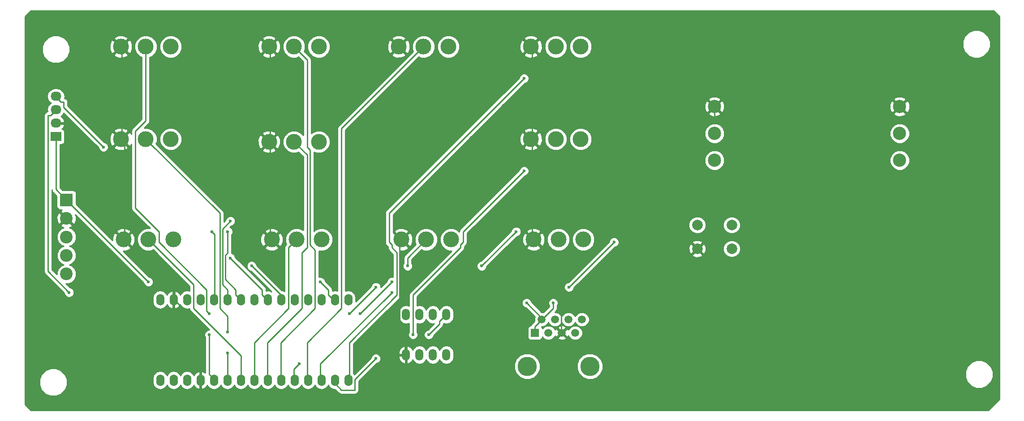
<source format=gbr>
G04 #@! TF.FileFunction,Copper,L1,Top,Signal*
%FSLAX46Y46*%
G04 Gerber Fmt 4.6, Leading zero omitted, Abs format (unit mm)*
G04 Created by KiCad (PCBNEW 4.0.0-rc2-stable) date 10-2-2016 17:40:28*
%MOMM*%
G01*
G04 APERTURE LIST*
%ADD10C,0.100000*%
%ADD11O,1.501140X2.199640*%
%ADD12O,1.524000X2.199640*%
%ADD13O,1.524000X2.197100*%
%ADD14C,2.499360*%
%ADD15C,2.997200*%
%ADD16R,2.032000X1.727200*%
%ADD17O,2.032000X1.727200*%
%ADD18C,2.400000*%
%ADD19R,2.400000X2.400000*%
%ADD20C,3.649980*%
%ADD21R,1.501140X1.501140*%
%ADD22C,1.501140*%
%ADD23C,1.998980*%
%ADD24C,0.600000*%
%ADD25C,0.250000*%
%ADD26C,0.254000*%
G04 APERTURE END LIST*
D10*
D11*
X106310000Y-79190000D03*
X103770000Y-79190000D03*
X101230000Y-79190000D03*
X98690000Y-79190000D03*
X98690000Y-86810000D03*
X101230000Y-86810000D03*
X103770000Y-86810000D03*
X106310000Y-86810000D03*
D12*
X52220000Y-91620000D03*
X54760000Y-91620000D03*
X57300000Y-91620000D03*
X59840000Y-91620000D03*
X62380000Y-91620000D03*
X64920000Y-91620000D03*
X67460000Y-91620000D03*
X70000000Y-91620000D03*
X72540000Y-91620000D03*
X75080000Y-91620000D03*
X77620000Y-91620000D03*
X80160000Y-91620000D03*
X82700000Y-91620000D03*
X85240000Y-91620000D03*
X87780000Y-91620000D03*
X87780000Y-76380000D03*
X85240000Y-76380000D03*
X82700000Y-76380000D03*
X80160000Y-76380000D03*
D13*
X77620000Y-76380000D03*
X75080000Y-76380000D03*
X72540000Y-76380000D03*
X70000000Y-76380000D03*
X67460000Y-76380000D03*
X64920000Y-76380000D03*
X62380000Y-76380000D03*
X59840000Y-76380000D03*
X57300000Y-76380000D03*
X54760000Y-76380000D03*
X52220000Y-76380000D03*
D14*
X157000000Y-44920000D03*
X157000000Y-39840000D03*
X157000000Y-50000000D03*
X192000000Y-44920000D03*
X192000000Y-39840000D03*
X192000000Y-50000000D03*
D15*
X45301000Y-65000000D03*
X50000000Y-65000000D03*
X54699000Y-65000000D03*
X44801000Y-46000000D03*
X49500000Y-46000000D03*
X54199000Y-46000000D03*
X44801000Y-28500000D03*
X49500000Y-28500000D03*
X54199000Y-28500000D03*
X72801000Y-28500000D03*
X77500000Y-28500000D03*
X82199000Y-28500000D03*
X72801000Y-46500000D03*
X77500000Y-46500000D03*
X82199000Y-46500000D03*
X73301000Y-65000000D03*
X78000000Y-65000000D03*
X82699000Y-65000000D03*
X97301000Y-28500000D03*
X102000000Y-28500000D03*
X106699000Y-28500000D03*
X97801000Y-65000000D03*
X102500000Y-65000000D03*
X107199000Y-65000000D03*
X122301000Y-28500000D03*
X127000000Y-28500000D03*
X131699000Y-28500000D03*
X122301000Y-46000000D03*
X127000000Y-46000000D03*
X131699000Y-46000000D03*
X122801000Y-65000000D03*
X127500000Y-65000000D03*
X132199000Y-65000000D03*
D16*
X32500000Y-45500000D03*
D17*
X32500000Y-42960000D03*
X32500000Y-40420000D03*
X32500000Y-37880000D03*
D18*
X34500000Y-61000000D03*
D19*
X34500000Y-57500000D03*
D18*
X34500000Y-64500000D03*
X34500000Y-68000000D03*
X34500000Y-71500000D03*
D20*
X133438520Y-89000000D03*
X121569100Y-89000000D03*
D21*
X123055000Y-82650000D03*
D22*
X124325000Y-80110000D03*
X125595000Y-82650000D03*
X126865000Y-80110000D03*
X128135000Y-82650000D03*
X129405000Y-80110000D03*
X130675000Y-82650000D03*
X131945000Y-80110000D03*
D23*
X153748800Y-66750440D03*
X160251200Y-62249560D03*
X153748800Y-62249560D03*
X160251200Y-66750440D03*
D24*
X103000000Y-83000000D03*
X126500000Y-77000000D03*
X129500000Y-74000000D03*
X138000000Y-65500000D03*
X50000000Y-73000000D03*
X121500000Y-77000000D03*
X61500000Y-83000000D03*
X61500000Y-79000000D03*
X62000000Y-63500000D03*
X65000000Y-82500000D03*
X65000000Y-86500000D03*
X65500000Y-61500000D03*
X65000000Y-63500000D03*
X41500000Y-47500000D03*
X35000000Y-75000000D03*
X65500000Y-68500000D03*
X69500000Y-70000000D03*
X88000000Y-79000000D03*
X93000000Y-74000000D03*
X119500000Y-63500000D03*
X113000000Y-70000000D03*
X96000000Y-75000000D03*
X121000000Y-52000000D03*
X100000000Y-83000000D03*
X93000000Y-87500000D03*
X82500000Y-73000000D03*
X121000000Y-34500000D03*
X99000000Y-70000000D03*
X96000000Y-73000000D03*
X90000000Y-79000000D03*
X78500000Y-88500000D03*
D25*
X106310000Y-79190000D02*
X105000000Y-80500000D01*
X105000000Y-80500000D02*
X105000000Y-81000000D01*
X105000000Y-81000000D02*
X103000000Y-83000000D01*
X45301000Y-65000000D02*
X45500000Y-65000000D01*
X45500000Y-65000000D02*
X55000000Y-74500000D01*
X55000000Y-74500000D02*
X55000000Y-76500000D01*
X55000000Y-76500000D02*
X54760000Y-76380000D01*
X153748800Y-66750440D02*
X153500000Y-67000000D01*
X153500000Y-67000000D02*
X155500000Y-65000000D01*
X155500000Y-65000000D02*
X155500000Y-61500000D01*
X155500000Y-61500000D02*
X155000000Y-61000000D01*
X155000000Y-61000000D02*
X155000000Y-44000000D01*
X155000000Y-44000000D02*
X157000000Y-42000000D01*
X157000000Y-42000000D02*
X157000000Y-39840000D01*
X122801000Y-65000000D02*
X123000000Y-65000000D01*
X123000000Y-65000000D02*
X128000000Y-70000000D01*
X128000000Y-70000000D02*
X128000000Y-82500000D01*
X128000000Y-82500000D02*
X128135000Y-82650000D01*
X54760000Y-76380000D02*
X55000000Y-76500000D01*
X55000000Y-76500000D02*
X56000000Y-77500000D01*
X56000000Y-77500000D02*
X56000000Y-78000000D01*
X56000000Y-78000000D02*
X60000000Y-82000000D01*
X60000000Y-82000000D02*
X60000000Y-91500000D01*
X60000000Y-91500000D02*
X59840000Y-91620000D01*
X97801000Y-65000000D02*
X98000000Y-65000000D01*
X98000000Y-65000000D02*
X97500000Y-65500000D01*
X97500000Y-65500000D02*
X97500000Y-81000000D01*
X97500000Y-81000000D02*
X98500000Y-82000000D01*
X98500000Y-82000000D02*
X98500000Y-87000000D01*
X98500000Y-87000000D02*
X98690000Y-86810000D01*
X44801000Y-46000000D02*
X45000000Y-46000000D01*
X45000000Y-46000000D02*
X45500000Y-46500000D01*
X45500000Y-46500000D02*
X45500000Y-65000000D01*
X45500000Y-65000000D02*
X45301000Y-65000000D01*
X122801000Y-65000000D02*
X123000000Y-65000000D01*
X123000000Y-65000000D02*
X122500000Y-64500000D01*
X122500000Y-64500000D02*
X122500000Y-46000000D01*
X122500000Y-46000000D02*
X122301000Y-46000000D01*
X73301000Y-65000000D02*
X73500000Y-65000000D01*
X73500000Y-65000000D02*
X73000000Y-64500000D01*
X73000000Y-64500000D02*
X73000000Y-46500000D01*
X73000000Y-46500000D02*
X72801000Y-46500000D01*
X72801000Y-46500000D02*
X73000000Y-46500000D01*
X73000000Y-46500000D02*
X73000000Y-28500000D01*
X73000000Y-28500000D02*
X72801000Y-28500000D01*
X44801000Y-46000000D02*
X45000000Y-46000000D01*
X45000000Y-46000000D02*
X45000000Y-28500000D01*
X45000000Y-28500000D02*
X44801000Y-28500000D01*
X122301000Y-46000000D02*
X122500000Y-46000000D01*
X122500000Y-46000000D02*
X122500000Y-28500000D01*
X122500000Y-28500000D02*
X122301000Y-28500000D01*
X124325000Y-80110000D02*
X124500000Y-80000000D01*
X124500000Y-80000000D02*
X126500000Y-78000000D01*
X126500000Y-78000000D02*
X126500000Y-77000000D01*
X129500000Y-74000000D02*
X138000000Y-65500000D01*
X50000000Y-73000000D02*
X34500000Y-57500000D01*
X121500000Y-77000000D02*
X124500000Y-80000000D01*
X124500000Y-80000000D02*
X124325000Y-80110000D01*
X34500000Y-57500000D02*
X32500000Y-55500000D01*
X32500000Y-55500000D02*
X32500000Y-45500000D01*
X124325000Y-80110000D02*
X124500000Y-80000000D01*
X124500000Y-80000000D02*
X123000000Y-81500000D01*
X123000000Y-81500000D02*
X123000000Y-82500000D01*
X123000000Y-82500000D02*
X123055000Y-82650000D01*
X62380000Y-91620000D02*
X62000000Y-91000000D01*
X62000000Y-91000000D02*
X61500000Y-90500000D01*
X61500000Y-90500000D02*
X61500000Y-83000000D01*
X61500000Y-79000000D02*
X61000000Y-78500000D01*
X61000000Y-78500000D02*
X61000000Y-74500000D01*
X61000000Y-74500000D02*
X52000000Y-65500000D01*
X52000000Y-65500000D02*
X52000000Y-63500000D01*
X52000000Y-63500000D02*
X47500000Y-59000000D01*
X47500000Y-59000000D02*
X47500000Y-44500000D01*
X47500000Y-44500000D02*
X49500000Y-42500000D01*
X49500000Y-42500000D02*
X49500000Y-28500000D01*
X62000000Y-63500000D02*
X62500000Y-64000000D01*
X62500000Y-64000000D02*
X62500000Y-76500000D01*
X62500000Y-76500000D02*
X62380000Y-76380000D01*
X49500000Y-46000000D02*
X63500000Y-60000000D01*
X63500000Y-60000000D02*
X63500000Y-78000000D01*
X63500000Y-78000000D02*
X65000000Y-79500000D01*
X65000000Y-79500000D02*
X65000000Y-82500000D01*
X65000000Y-86500000D02*
X65000000Y-91500000D01*
X65000000Y-91500000D02*
X64920000Y-91620000D01*
X65500000Y-61500000D02*
X64000000Y-63000000D01*
X64000000Y-63000000D02*
X64000000Y-73500000D01*
X64000000Y-73500000D02*
X65000000Y-74500000D01*
X65000000Y-74500000D02*
X65000000Y-76500000D01*
X65000000Y-76500000D02*
X64920000Y-76380000D01*
X50000000Y-65000000D02*
X58500000Y-73500000D01*
X58500000Y-73500000D02*
X58500000Y-78000000D01*
X58500000Y-78000000D02*
X67500000Y-87000000D01*
X67500000Y-87000000D02*
X67500000Y-91500000D01*
X67500000Y-91500000D02*
X67460000Y-91620000D01*
X67460000Y-76380000D02*
X67500000Y-76500000D01*
X67500000Y-76500000D02*
X66500000Y-75500000D01*
X66500000Y-75500000D02*
X66500000Y-74500000D01*
X66500000Y-74500000D02*
X64500000Y-72500000D01*
X64500000Y-72500000D02*
X64500000Y-68000000D01*
X64500000Y-68000000D02*
X65000000Y-67500000D01*
X65000000Y-67500000D02*
X65000000Y-63500000D01*
X41500000Y-47500000D02*
X34000000Y-40000000D01*
X34000000Y-40000000D02*
X34000000Y-39000000D01*
X34000000Y-39000000D02*
X33500000Y-39000000D01*
X33500000Y-39000000D02*
X32500000Y-38000000D01*
X32500000Y-38000000D02*
X32500000Y-37880000D01*
X78000000Y-65000000D02*
X76500000Y-66500000D01*
X76500000Y-66500000D02*
X76500000Y-78000000D01*
X76500000Y-78000000D02*
X70000000Y-84500000D01*
X70000000Y-84500000D02*
X70000000Y-91620000D01*
X35000000Y-75000000D02*
X31000000Y-71000000D01*
X31000000Y-71000000D02*
X31000000Y-41500000D01*
X31000000Y-41500000D02*
X31500000Y-41500000D01*
X31500000Y-41500000D02*
X32500000Y-40500000D01*
X32500000Y-40500000D02*
X32500000Y-40420000D01*
X72540000Y-76380000D02*
X72500000Y-76500000D01*
X72500000Y-76500000D02*
X71500000Y-75500000D01*
X71500000Y-75500000D02*
X71500000Y-74500000D01*
X71500000Y-74500000D02*
X65500000Y-68500000D01*
X77500000Y-28500000D02*
X80000000Y-31000000D01*
X80000000Y-31000000D02*
X80000000Y-47500000D01*
X80000000Y-47500000D02*
X80500000Y-48000000D01*
X80500000Y-48000000D02*
X80500000Y-66000000D01*
X80500000Y-66000000D02*
X81500000Y-67000000D01*
X81500000Y-67000000D02*
X81500000Y-78000000D01*
X81500000Y-78000000D02*
X75000000Y-84500000D01*
X75000000Y-84500000D02*
X75000000Y-91500000D01*
X75000000Y-91500000D02*
X75080000Y-91620000D01*
X69500000Y-70000000D02*
X75000000Y-75500000D01*
X75000000Y-75500000D02*
X75000000Y-76500000D01*
X75000000Y-76500000D02*
X75080000Y-76380000D01*
X88000000Y-79000000D02*
X93000000Y-74000000D01*
X102000000Y-28500000D02*
X86500000Y-44000000D01*
X86500000Y-44000000D02*
X86500000Y-78000000D01*
X86500000Y-78000000D02*
X80000000Y-84500000D01*
X80000000Y-84500000D02*
X80000000Y-91500000D01*
X80000000Y-91500000D02*
X80160000Y-91620000D01*
X119500000Y-63500000D02*
X113000000Y-70000000D01*
X96000000Y-75000000D02*
X82500000Y-88500000D01*
X82500000Y-88500000D02*
X82500000Y-91500000D01*
X82500000Y-91500000D02*
X82700000Y-91620000D01*
X121000000Y-52000000D02*
X109500000Y-63500000D01*
X109500000Y-63500000D02*
X109500000Y-65500000D01*
X109500000Y-65500000D02*
X109000000Y-66000000D01*
X109000000Y-66000000D02*
X109000000Y-66500000D01*
X109000000Y-66500000D02*
X100000000Y-75500000D01*
X100000000Y-75500000D02*
X100000000Y-83000000D01*
X93000000Y-87500000D02*
X89000000Y-91500000D01*
X89000000Y-91500000D02*
X89000000Y-93500000D01*
X89000000Y-93500000D02*
X86500000Y-93500000D01*
X86500000Y-93500000D02*
X85000000Y-92000000D01*
X85000000Y-92000000D02*
X85000000Y-91500000D01*
X85000000Y-91500000D02*
X85240000Y-91620000D01*
X85240000Y-76380000D02*
X85000000Y-76500000D01*
X85000000Y-76500000D02*
X84000000Y-75500000D01*
X84000000Y-75500000D02*
X84000000Y-74500000D01*
X84000000Y-74500000D02*
X82500000Y-73000000D01*
X121000000Y-34500000D02*
X95500000Y-60000000D01*
X95500000Y-60000000D02*
X95500000Y-65500000D01*
X95500000Y-65500000D02*
X96000000Y-66000000D01*
X96000000Y-66000000D02*
X96000000Y-66500000D01*
X96000000Y-66500000D02*
X97000000Y-67500000D01*
X97000000Y-67500000D02*
X97000000Y-75500000D01*
X97000000Y-75500000D02*
X88000000Y-84500000D01*
X88000000Y-84500000D02*
X88000000Y-91500000D01*
X88000000Y-91500000D02*
X87780000Y-91620000D01*
X77500000Y-46500000D02*
X80000000Y-49000000D01*
X80000000Y-49000000D02*
X80000000Y-66500000D01*
X80000000Y-66500000D02*
X79000000Y-67500000D01*
X79000000Y-67500000D02*
X79000000Y-78000000D01*
X79000000Y-78000000D02*
X72500000Y-84500000D01*
X72500000Y-84500000D02*
X72500000Y-91500000D01*
X72500000Y-91500000D02*
X72540000Y-91620000D01*
X102500000Y-65000000D02*
X99000000Y-68500000D01*
X99000000Y-68500000D02*
X99000000Y-70000000D01*
X96000000Y-73000000D02*
X90000000Y-79000000D01*
X78500000Y-88500000D02*
X77500000Y-89500000D01*
X77500000Y-89500000D02*
X77500000Y-91500000D01*
X77500000Y-91500000D02*
X77620000Y-91620000D01*
D26*
G36*
X210815000Y-22783736D02*
X210815000Y-95216264D01*
X208716264Y-97315000D01*
X27783736Y-97315000D01*
X26685000Y-96216264D01*
X26685000Y-92521834D01*
X29364543Y-92521834D01*
X29764853Y-93490658D01*
X30505443Y-94232542D01*
X31473567Y-94634542D01*
X32521834Y-94635457D01*
X33490658Y-94235147D01*
X34232542Y-93494557D01*
X34634542Y-92526433D01*
X34635457Y-91478166D01*
X34540435Y-91248193D01*
X50823000Y-91248193D01*
X50823000Y-91991807D01*
X50929340Y-92526416D01*
X51232172Y-92979635D01*
X51685391Y-93282467D01*
X52220000Y-93388807D01*
X52754609Y-93282467D01*
X53207828Y-92979635D01*
X53490000Y-92557336D01*
X53772172Y-92979635D01*
X54225391Y-93282467D01*
X54760000Y-93388807D01*
X55294609Y-93282467D01*
X55747828Y-92979635D01*
X56030000Y-92557336D01*
X56312172Y-92979635D01*
X56765391Y-93282467D01*
X57300000Y-93388807D01*
X57834609Y-93282467D01*
X58287828Y-92979635D01*
X58578647Y-92544394D01*
X58597941Y-92609761D01*
X58941974Y-93035450D01*
X59422723Y-93297080D01*
X59496930Y-93312040D01*
X59713000Y-93189540D01*
X59713000Y-91747000D01*
X59693000Y-91747000D01*
X59693000Y-91493000D01*
X59713000Y-91493000D01*
X59713000Y-90050460D01*
X59496930Y-89927960D01*
X59422723Y-89942920D01*
X58941974Y-90204550D01*
X58597941Y-90630239D01*
X58578647Y-90695606D01*
X58287828Y-90260365D01*
X57834609Y-89957533D01*
X57300000Y-89851193D01*
X56765391Y-89957533D01*
X56312172Y-90260365D01*
X56030000Y-90682664D01*
X55747828Y-90260365D01*
X55294609Y-89957533D01*
X54760000Y-89851193D01*
X54225391Y-89957533D01*
X53772172Y-90260365D01*
X53490000Y-90682664D01*
X53207828Y-90260365D01*
X52754609Y-89957533D01*
X52220000Y-89851193D01*
X51685391Y-89957533D01*
X51232172Y-90260365D01*
X50929340Y-90713584D01*
X50823000Y-91248193D01*
X34540435Y-91248193D01*
X34235147Y-90509342D01*
X33494557Y-89767458D01*
X32526433Y-89365458D01*
X31478166Y-89364543D01*
X30509342Y-89764853D01*
X29767458Y-90505443D01*
X29365458Y-91473567D01*
X29364543Y-92521834D01*
X26685000Y-92521834D01*
X26685000Y-76009488D01*
X50823000Y-76009488D01*
X50823000Y-76750512D01*
X50929340Y-77285121D01*
X51232172Y-77738340D01*
X51685391Y-78041172D01*
X52220000Y-78147512D01*
X52754609Y-78041172D01*
X53207828Y-77738340D01*
X53498642Y-77303107D01*
X53517941Y-77368491D01*
X53861974Y-77794180D01*
X54342723Y-78055810D01*
X54416930Y-78070770D01*
X54633000Y-77948270D01*
X54633000Y-76507000D01*
X54613000Y-76507000D01*
X54613000Y-76253000D01*
X54633000Y-76253000D01*
X54633000Y-74811730D01*
X54416930Y-74689230D01*
X54342723Y-74704190D01*
X53861974Y-74965820D01*
X53517941Y-75391509D01*
X53498642Y-75456893D01*
X53207828Y-75021660D01*
X52754609Y-74718828D01*
X52220000Y-74612488D01*
X51685391Y-74718828D01*
X51232172Y-75021660D01*
X50929340Y-75474879D01*
X50823000Y-76009488D01*
X26685000Y-76009488D01*
X26685000Y-41500000D01*
X30240000Y-41500000D01*
X30240000Y-71000000D01*
X30297852Y-71290839D01*
X30462599Y-71537401D01*
X34064878Y-75139680D01*
X34064838Y-75185167D01*
X34206883Y-75528943D01*
X34469673Y-75792192D01*
X34813201Y-75934838D01*
X35185167Y-75935162D01*
X35528943Y-75793117D01*
X35792192Y-75530327D01*
X35934838Y-75186799D01*
X35935162Y-74814833D01*
X35793117Y-74471057D01*
X35530327Y-74207808D01*
X35186799Y-74065162D01*
X35139923Y-74065121D01*
X34409724Y-73334922D01*
X34863403Y-73335318D01*
X35538086Y-73056545D01*
X36054730Y-72540801D01*
X36334681Y-71866605D01*
X36335318Y-71136597D01*
X36056545Y-70461914D01*
X35540801Y-69945270D01*
X35070215Y-69749865D01*
X35538086Y-69556545D01*
X36054730Y-69040801D01*
X36334681Y-68366605D01*
X36335318Y-67636597D01*
X36056545Y-66961914D01*
X35540801Y-66445270D01*
X35070215Y-66249865D01*
X35538086Y-66056545D01*
X36054730Y-65540801D01*
X36334681Y-64866605D01*
X36335318Y-64136597D01*
X36056545Y-63461914D01*
X35540801Y-62945270D01*
X35083043Y-62755192D01*
X35494435Y-62584788D01*
X35617570Y-62297175D01*
X34500000Y-61179605D01*
X33382430Y-62297175D01*
X33505565Y-62584788D01*
X33934458Y-62748204D01*
X33461914Y-62943455D01*
X32945270Y-63459199D01*
X32665319Y-64133395D01*
X32664682Y-64863403D01*
X32943455Y-65538086D01*
X33459199Y-66054730D01*
X33929785Y-66250135D01*
X33461914Y-66443455D01*
X32945270Y-66959199D01*
X32665319Y-67633395D01*
X32664682Y-68363403D01*
X32943455Y-69038086D01*
X33459199Y-69554730D01*
X33929785Y-69750135D01*
X33461914Y-69943455D01*
X32945270Y-70459199D01*
X32665319Y-71133395D01*
X32664920Y-71590118D01*
X31760000Y-70685198D01*
X31760000Y-60687734D01*
X32655293Y-60687734D01*
X32676214Y-61417443D01*
X32915212Y-61994435D01*
X33202825Y-62117570D01*
X34320395Y-61000000D01*
X33202825Y-59882430D01*
X32915212Y-60005565D01*
X32655293Y-60687734D01*
X31760000Y-60687734D01*
X31760000Y-55600546D01*
X31797852Y-55790839D01*
X31962599Y-56037401D01*
X32652560Y-56727362D01*
X32652560Y-58700000D01*
X32696838Y-58935317D01*
X32835910Y-59151441D01*
X33048110Y-59296431D01*
X33300000Y-59347440D01*
X33669181Y-59347440D01*
X33505565Y-59415212D01*
X33382430Y-59702825D01*
X34500000Y-60820395D01*
X34514143Y-60806253D01*
X34693748Y-60985858D01*
X34679605Y-61000000D01*
X35797175Y-62117570D01*
X36084788Y-61994435D01*
X36344707Y-61312266D01*
X36323786Y-60582557D01*
X36193700Y-60268502D01*
X49064878Y-73139680D01*
X49064838Y-73185167D01*
X49206883Y-73528943D01*
X49469673Y-73792192D01*
X49813201Y-73934838D01*
X50185167Y-73935162D01*
X50528943Y-73793117D01*
X50792192Y-73530327D01*
X50934838Y-73186799D01*
X50935162Y-72814833D01*
X50793117Y-72471057D01*
X50530327Y-72207808D01*
X50186799Y-72065162D01*
X50139923Y-72065121D01*
X45210526Y-67135724D01*
X45766165Y-67125086D01*
X46474742Y-66831583D01*
X46634354Y-66512959D01*
X45301000Y-65179605D01*
X45286858Y-65193748D01*
X45107253Y-65014143D01*
X45121395Y-65000000D01*
X45480605Y-65000000D01*
X46813959Y-66333354D01*
X47132583Y-66173742D01*
X47442334Y-65383480D01*
X47426086Y-64534835D01*
X47132583Y-63826258D01*
X46813959Y-63666646D01*
X45480605Y-65000000D01*
X45121395Y-65000000D01*
X43788041Y-63666646D01*
X43469417Y-63826258D01*
X43159666Y-64616520D01*
X43168808Y-65094006D01*
X41561843Y-63487041D01*
X43967646Y-63487041D01*
X45301000Y-64820395D01*
X46634354Y-63487041D01*
X46474742Y-63168417D01*
X45684480Y-62858666D01*
X44835835Y-62874914D01*
X44127258Y-63168417D01*
X43967646Y-63487041D01*
X41561843Y-63487041D01*
X36347440Y-58272638D01*
X36347440Y-56300000D01*
X36303162Y-56064683D01*
X36164090Y-55848559D01*
X35951890Y-55703569D01*
X35700000Y-55652560D01*
X33727362Y-55652560D01*
X33260000Y-55185198D01*
X33260000Y-47011040D01*
X33516000Y-47011040D01*
X33751317Y-46966762D01*
X33967441Y-46827690D01*
X34112431Y-46615490D01*
X34163440Y-46363600D01*
X34163440Y-44636400D01*
X34119162Y-44401083D01*
X33980090Y-44184959D01*
X33767890Y-44039969D01*
X33673073Y-44020768D01*
X33850732Y-43862036D01*
X34104709Y-43334791D01*
X34107358Y-43319026D01*
X33986217Y-43087000D01*
X32627000Y-43087000D01*
X32627000Y-43107000D01*
X32373000Y-43107000D01*
X32373000Y-43087000D01*
X32353000Y-43087000D01*
X32353000Y-42833000D01*
X32373000Y-42833000D01*
X32373000Y-42813000D01*
X32627000Y-42813000D01*
X32627000Y-42833000D01*
X33986217Y-42833000D01*
X34107358Y-42600974D01*
X34104709Y-42585209D01*
X33850732Y-42057964D01*
X33434931Y-41686461D01*
X33744415Y-41479670D01*
X34008955Y-41083757D01*
X40564878Y-47639680D01*
X40564838Y-47685167D01*
X40706883Y-48028943D01*
X40969673Y-48292192D01*
X41313201Y-48434838D01*
X41685167Y-48435162D01*
X42028943Y-48293117D01*
X42292192Y-48030327D01*
X42434838Y-47686799D01*
X42434989Y-47512959D01*
X43467646Y-47512959D01*
X43627258Y-47831583D01*
X44417520Y-48141334D01*
X45266165Y-48125086D01*
X45974742Y-47831583D01*
X46134354Y-47512959D01*
X44801000Y-46179605D01*
X43467646Y-47512959D01*
X42434989Y-47512959D01*
X42435162Y-47314833D01*
X42293117Y-46971057D01*
X42030327Y-46707808D01*
X41686799Y-46565162D01*
X41639923Y-46565121D01*
X40691322Y-45616520D01*
X42659666Y-45616520D01*
X42675914Y-46465165D01*
X42969417Y-47173742D01*
X43288041Y-47333354D01*
X44621395Y-46000000D01*
X44980605Y-46000000D01*
X46313959Y-47333354D01*
X46632583Y-47173742D01*
X46740000Y-46899691D01*
X46740000Y-59000000D01*
X46797852Y-59290839D01*
X46962599Y-59537401D01*
X50291852Y-62866654D01*
X49577463Y-62866030D01*
X48792991Y-63190167D01*
X48192276Y-63789835D01*
X47866771Y-64573739D01*
X47866030Y-65422537D01*
X48190167Y-66207009D01*
X48789835Y-66807724D01*
X49573739Y-67133229D01*
X50422537Y-67133970D01*
X50873029Y-66947831D01*
X57740000Y-73814802D01*
X57740000Y-74700009D01*
X57300000Y-74612488D01*
X56765391Y-74718828D01*
X56312172Y-75021660D01*
X56021358Y-75456893D01*
X56002059Y-75391509D01*
X55658026Y-74965820D01*
X55177277Y-74704190D01*
X55103070Y-74689230D01*
X54887000Y-74811730D01*
X54887000Y-76253000D01*
X54907000Y-76253000D01*
X54907000Y-76507000D01*
X54887000Y-76507000D01*
X54887000Y-77948270D01*
X55103070Y-78070770D01*
X55177277Y-78055810D01*
X55658026Y-77794180D01*
X56002059Y-77368491D01*
X56021358Y-77303107D01*
X56312172Y-77738340D01*
X56765391Y-78041172D01*
X57300000Y-78147512D01*
X57751479Y-78057708D01*
X57797852Y-78290839D01*
X57962599Y-78537401D01*
X61490189Y-82064991D01*
X61314833Y-82064838D01*
X60971057Y-82206883D01*
X60707808Y-82469673D01*
X60565162Y-82813201D01*
X60564838Y-83185167D01*
X60706883Y-83528943D01*
X60740000Y-83562118D01*
X60740000Y-90206993D01*
X60738026Y-90204550D01*
X60257277Y-89942920D01*
X60183070Y-89927960D01*
X59967000Y-90050460D01*
X59967000Y-91493000D01*
X59987000Y-91493000D01*
X59987000Y-91747000D01*
X59967000Y-91747000D01*
X59967000Y-93189540D01*
X60183070Y-93312040D01*
X60257277Y-93297080D01*
X60738026Y-93035450D01*
X61082059Y-92609761D01*
X61101353Y-92544394D01*
X61392172Y-92979635D01*
X61845391Y-93282467D01*
X62380000Y-93388807D01*
X62914609Y-93282467D01*
X63367828Y-92979635D01*
X63650000Y-92557336D01*
X63932172Y-92979635D01*
X64385391Y-93282467D01*
X64920000Y-93388807D01*
X65454609Y-93282467D01*
X65907828Y-92979635D01*
X66190000Y-92557336D01*
X66472172Y-92979635D01*
X66925391Y-93282467D01*
X67460000Y-93388807D01*
X67994609Y-93282467D01*
X68447828Y-92979635D01*
X68730000Y-92557336D01*
X69012172Y-92979635D01*
X69465391Y-93282467D01*
X70000000Y-93388807D01*
X70534609Y-93282467D01*
X70987828Y-92979635D01*
X71270000Y-92557336D01*
X71552172Y-92979635D01*
X72005391Y-93282467D01*
X72540000Y-93388807D01*
X73074609Y-93282467D01*
X73527828Y-92979635D01*
X73810000Y-92557336D01*
X74092172Y-92979635D01*
X74545391Y-93282467D01*
X75080000Y-93388807D01*
X75614609Y-93282467D01*
X76067828Y-92979635D01*
X76350000Y-92557336D01*
X76632172Y-92979635D01*
X77085391Y-93282467D01*
X77620000Y-93388807D01*
X78154609Y-93282467D01*
X78607828Y-92979635D01*
X78890000Y-92557336D01*
X79172172Y-92979635D01*
X79625391Y-93282467D01*
X80160000Y-93388807D01*
X80694609Y-93282467D01*
X81147828Y-92979635D01*
X81430000Y-92557336D01*
X81712172Y-92979635D01*
X82165391Y-93282467D01*
X82700000Y-93388807D01*
X83234609Y-93282467D01*
X83687828Y-92979635D01*
X83970000Y-92557336D01*
X84252172Y-92979635D01*
X84705391Y-93282467D01*
X85240000Y-93388807D01*
X85301727Y-93376529D01*
X85962599Y-94037401D01*
X86209160Y-94202148D01*
X86500000Y-94260000D01*
X89000000Y-94260000D01*
X89290839Y-94202148D01*
X89537401Y-94037401D01*
X89702148Y-93790839D01*
X89760000Y-93500000D01*
X89760000Y-91814802D01*
X92087627Y-89487175D01*
X119108684Y-89487175D01*
X119482406Y-90391652D01*
X120173808Y-91084262D01*
X121077631Y-91459562D01*
X122056275Y-91460416D01*
X122960752Y-91086694D01*
X123653362Y-90395292D01*
X124028662Y-89491469D01*
X124028665Y-89487175D01*
X130978104Y-89487175D01*
X131351826Y-90391652D01*
X132043228Y-91084262D01*
X132947051Y-91459562D01*
X133925695Y-91460416D01*
X134830172Y-91086694D01*
X134895145Y-91021834D01*
X204364543Y-91021834D01*
X204764853Y-91990658D01*
X205505443Y-92732542D01*
X206473567Y-93134542D01*
X207521834Y-93135457D01*
X208490658Y-92735147D01*
X209232542Y-91994557D01*
X209634542Y-91026433D01*
X209635457Y-89978166D01*
X209235147Y-89009342D01*
X208494557Y-88267458D01*
X207526433Y-87865458D01*
X206478166Y-87864543D01*
X205509342Y-88264853D01*
X204767458Y-89005443D01*
X204365458Y-89973567D01*
X204364543Y-91021834D01*
X134895145Y-91021834D01*
X135522782Y-90395292D01*
X135898082Y-89491469D01*
X135898936Y-88512825D01*
X135525214Y-87608348D01*
X134833812Y-86915738D01*
X133929989Y-86540438D01*
X132951345Y-86539584D01*
X132046868Y-86913306D01*
X131354258Y-87604708D01*
X130978958Y-88508531D01*
X130978104Y-89487175D01*
X124028665Y-89487175D01*
X124029516Y-88512825D01*
X123655794Y-87608348D01*
X122964392Y-86915738D01*
X122060569Y-86540438D01*
X121081925Y-86539584D01*
X120177448Y-86913306D01*
X119484838Y-87604708D01*
X119109538Y-88508531D01*
X119108684Y-89487175D01*
X92087627Y-89487175D01*
X93139680Y-88435122D01*
X93185167Y-88435162D01*
X93528943Y-88293117D01*
X93792192Y-88030327D01*
X93934838Y-87686799D01*
X93935162Y-87314833D01*
X93793117Y-86971057D01*
X93759120Y-86937000D01*
X97304430Y-86937000D01*
X97304430Y-87286250D01*
X97458501Y-87806817D01*
X97800056Y-88228798D01*
X98277097Y-88487950D01*
X98348725Y-88502133D01*
X98563000Y-88379479D01*
X98563000Y-86937000D01*
X97304430Y-86937000D01*
X93759120Y-86937000D01*
X93530327Y-86707808D01*
X93186799Y-86565162D01*
X92814833Y-86564838D01*
X92471057Y-86706883D01*
X92207808Y-86969673D01*
X92065162Y-87313201D01*
X92065121Y-87360077D01*
X88926846Y-90498352D01*
X88767828Y-90260365D01*
X88760000Y-90255134D01*
X88760000Y-86333750D01*
X97304430Y-86333750D01*
X97304430Y-86683000D01*
X98563000Y-86683000D01*
X98563000Y-85240521D01*
X98817000Y-85240521D01*
X98817000Y-86683000D01*
X98837000Y-86683000D01*
X98837000Y-86937000D01*
X98817000Y-86937000D01*
X98817000Y-88379479D01*
X99031275Y-88502133D01*
X99102903Y-88487950D01*
X99579944Y-88228798D01*
X99921499Y-87806817D01*
X99948399Y-87715928D01*
X99949900Y-87723472D01*
X100250254Y-88172983D01*
X100699765Y-88473337D01*
X101230000Y-88578807D01*
X101760235Y-88473337D01*
X102209746Y-88172983D01*
X102500000Y-87738588D01*
X102790254Y-88172983D01*
X103239765Y-88473337D01*
X103770000Y-88578807D01*
X104300235Y-88473337D01*
X104749746Y-88172983D01*
X105040000Y-87738588D01*
X105330254Y-88172983D01*
X105779765Y-88473337D01*
X106310000Y-88578807D01*
X106840235Y-88473337D01*
X107289746Y-88172983D01*
X107590100Y-87723472D01*
X107695570Y-87193237D01*
X107695570Y-86426763D01*
X107590100Y-85896528D01*
X107289746Y-85447017D01*
X106840235Y-85146663D01*
X106310000Y-85041193D01*
X105779765Y-85146663D01*
X105330254Y-85447017D01*
X105040000Y-85881412D01*
X104749746Y-85447017D01*
X104300235Y-85146663D01*
X103770000Y-85041193D01*
X103239765Y-85146663D01*
X102790254Y-85447017D01*
X102500000Y-85881412D01*
X102209746Y-85447017D01*
X101760235Y-85146663D01*
X101230000Y-85041193D01*
X100699765Y-85146663D01*
X100250254Y-85447017D01*
X99949900Y-85896528D01*
X99948399Y-85904072D01*
X99921499Y-85813183D01*
X99579944Y-85391202D01*
X99102903Y-85132050D01*
X99031275Y-85117867D01*
X98817000Y-85240521D01*
X98563000Y-85240521D01*
X98348725Y-85117867D01*
X98277097Y-85132050D01*
X97800056Y-85391202D01*
X97458501Y-85813183D01*
X97304430Y-86333750D01*
X88760000Y-86333750D01*
X88760000Y-84814802D01*
X94768039Y-78806763D01*
X97304430Y-78806763D01*
X97304430Y-79573237D01*
X97409900Y-80103472D01*
X97710254Y-80552983D01*
X98159765Y-80853337D01*
X98690000Y-80958807D01*
X99220235Y-80853337D01*
X99240000Y-80840130D01*
X99240000Y-82437537D01*
X99207808Y-82469673D01*
X99065162Y-82813201D01*
X99064838Y-83185167D01*
X99206883Y-83528943D01*
X99469673Y-83792192D01*
X99813201Y-83934838D01*
X100185167Y-83935162D01*
X100528943Y-83793117D01*
X100792192Y-83530327D01*
X100934838Y-83186799D01*
X100935162Y-82814833D01*
X100793117Y-82471057D01*
X100760000Y-82437882D01*
X100760000Y-80865318D01*
X101230000Y-80958807D01*
X101760235Y-80853337D01*
X102209746Y-80552983D01*
X102500000Y-80118588D01*
X102790254Y-80552983D01*
X103239765Y-80853337D01*
X103770000Y-80958807D01*
X104015155Y-80910043D01*
X102860320Y-82064878D01*
X102814833Y-82064838D01*
X102471057Y-82206883D01*
X102207808Y-82469673D01*
X102065162Y-82813201D01*
X102064838Y-83185167D01*
X102206883Y-83528943D01*
X102469673Y-83792192D01*
X102813201Y-83934838D01*
X103185167Y-83935162D01*
X103528943Y-83793117D01*
X103792192Y-83530327D01*
X103934838Y-83186799D01*
X103934879Y-83139923D01*
X105537401Y-81537401D01*
X105702148Y-81290839D01*
X105760000Y-81000000D01*
X105760000Y-80840130D01*
X105779765Y-80853337D01*
X106310000Y-80958807D01*
X106840235Y-80853337D01*
X107289746Y-80552983D01*
X107590100Y-80103472D01*
X107695570Y-79573237D01*
X107695570Y-78806763D01*
X107590100Y-78276528D01*
X107289746Y-77827017D01*
X106840235Y-77526663D01*
X106310000Y-77421193D01*
X105779765Y-77526663D01*
X105330254Y-77827017D01*
X105040000Y-78261412D01*
X104749746Y-77827017D01*
X104300235Y-77526663D01*
X103770000Y-77421193D01*
X103239765Y-77526663D01*
X102790254Y-77827017D01*
X102500000Y-78261412D01*
X102209746Y-77827017D01*
X101760235Y-77526663D01*
X101230000Y-77421193D01*
X100760000Y-77514682D01*
X100760000Y-77185167D01*
X120564838Y-77185167D01*
X120706883Y-77528943D01*
X120969673Y-77792192D01*
X121313201Y-77934838D01*
X121360077Y-77934879D01*
X123033182Y-79607984D01*
X122939671Y-79833184D01*
X122939190Y-80384398D01*
X122968899Y-80456299D01*
X122462599Y-80962599D01*
X122297852Y-81209161D01*
X122288746Y-81254941D01*
X122069113Y-81296268D01*
X121852989Y-81435340D01*
X121707999Y-81647540D01*
X121656990Y-81899430D01*
X121656990Y-83400570D01*
X121701268Y-83635887D01*
X121840340Y-83852011D01*
X122052540Y-83997001D01*
X122304430Y-84048010D01*
X123805570Y-84048010D01*
X124040887Y-84003732D01*
X124257011Y-83864660D01*
X124402001Y-83652460D01*
X124441789Y-83455979D01*
X124809113Y-83823944D01*
X125318184Y-84035329D01*
X125869398Y-84035810D01*
X126378837Y-83825314D01*
X126582576Y-83621930D01*
X127342675Y-83621930D01*
X127410735Y-83862931D01*
X127930034Y-84047767D01*
X128480538Y-84019805D01*
X128859265Y-83862931D01*
X128927325Y-83621930D01*
X128135000Y-82829605D01*
X127342675Y-83621930D01*
X126582576Y-83621930D01*
X126768944Y-83435887D01*
X126858379Y-83220504D01*
X126922069Y-83374265D01*
X127163070Y-83442325D01*
X127955395Y-82650000D01*
X128314605Y-82650000D01*
X129106930Y-83442325D01*
X129347931Y-83374265D01*
X129406769Y-83208960D01*
X129499686Y-83433837D01*
X129889113Y-83823944D01*
X130398184Y-84035329D01*
X130949398Y-84035810D01*
X131458837Y-83825314D01*
X131848944Y-83435887D01*
X132060329Y-82926816D01*
X132060810Y-82375602D01*
X131850314Y-81866163D01*
X131460887Y-81476056D01*
X130951816Y-81264671D01*
X130400602Y-81264190D01*
X129891163Y-81474686D01*
X129501056Y-81864113D01*
X129411621Y-82079496D01*
X129347931Y-81925735D01*
X129106930Y-81857675D01*
X128314605Y-82650000D01*
X127955395Y-82650000D01*
X127163070Y-81857675D01*
X126922069Y-81925735D01*
X126863231Y-82091040D01*
X126770314Y-81866163D01*
X126582549Y-81678070D01*
X127342675Y-81678070D01*
X128135000Y-82470395D01*
X128927325Y-81678070D01*
X128859265Y-81437069D01*
X128339966Y-81252233D01*
X127789462Y-81280195D01*
X127410735Y-81437069D01*
X127342675Y-81678070D01*
X126582549Y-81678070D01*
X126380887Y-81476056D01*
X125871816Y-81264671D01*
X125320602Y-81264190D01*
X124811163Y-81474686D01*
X124442363Y-81842844D01*
X124408732Y-81664113D01*
X124300264Y-81495549D01*
X124599398Y-81495810D01*
X125108837Y-81285314D01*
X125498944Y-80895887D01*
X125594975Y-80664619D01*
X125689686Y-80893837D01*
X126079113Y-81283944D01*
X126588184Y-81495329D01*
X127139398Y-81495810D01*
X127648837Y-81285314D01*
X128038944Y-80895887D01*
X128134975Y-80664619D01*
X128229686Y-80893837D01*
X128619113Y-81283944D01*
X129128184Y-81495329D01*
X129679398Y-81495810D01*
X130188837Y-81285314D01*
X130578944Y-80895887D01*
X130674975Y-80664619D01*
X130769686Y-80893837D01*
X131159113Y-81283944D01*
X131668184Y-81495329D01*
X132219398Y-81495810D01*
X132728837Y-81285314D01*
X133118944Y-80895887D01*
X133330329Y-80386816D01*
X133330810Y-79835602D01*
X133120314Y-79326163D01*
X132730887Y-78936056D01*
X132221816Y-78724671D01*
X131670602Y-78724190D01*
X131161163Y-78934686D01*
X130771056Y-79324113D01*
X130675025Y-79555381D01*
X130580314Y-79326163D01*
X130190887Y-78936056D01*
X129681816Y-78724671D01*
X129130602Y-78724190D01*
X128621163Y-78934686D01*
X128231056Y-79324113D01*
X128135025Y-79555381D01*
X128040314Y-79326163D01*
X127650887Y-78936056D01*
X127141816Y-78724671D01*
X126850385Y-78724417D01*
X127037401Y-78537401D01*
X127202148Y-78290839D01*
X127260000Y-78000000D01*
X127260000Y-77562463D01*
X127292192Y-77530327D01*
X127434838Y-77186799D01*
X127435162Y-76814833D01*
X127293117Y-76471057D01*
X127030327Y-76207808D01*
X126686799Y-76065162D01*
X126314833Y-76064838D01*
X125971057Y-76206883D01*
X125707808Y-76469673D01*
X125565162Y-76813201D01*
X125564838Y-77185167D01*
X125706883Y-77528943D01*
X125740000Y-77562118D01*
X125740000Y-77685198D01*
X124671565Y-78753633D01*
X124601816Y-78724671D01*
X124299209Y-78724407D01*
X122435122Y-76860320D01*
X122435162Y-76814833D01*
X122293117Y-76471057D01*
X122030327Y-76207808D01*
X121686799Y-76065162D01*
X121314833Y-76064838D01*
X120971057Y-76206883D01*
X120707808Y-76469673D01*
X120565162Y-76813201D01*
X120564838Y-77185167D01*
X100760000Y-77185167D01*
X100760000Y-75814802D01*
X102389635Y-74185167D01*
X128564838Y-74185167D01*
X128706883Y-74528943D01*
X128969673Y-74792192D01*
X129313201Y-74934838D01*
X129685167Y-74935162D01*
X130028943Y-74793117D01*
X130292192Y-74530327D01*
X130434838Y-74186799D01*
X130434879Y-74139923D01*
X136672199Y-67902603D01*
X152776243Y-67902603D01*
X152874842Y-68169405D01*
X153484382Y-68395841D01*
X154134177Y-68371781D01*
X154622758Y-68169405D01*
X154721357Y-67902603D01*
X153748800Y-66930045D01*
X152776243Y-67902603D01*
X136672199Y-67902603D01*
X138088780Y-66486022D01*
X152103399Y-66486022D01*
X152127459Y-67135817D01*
X152329835Y-67624398D01*
X152596637Y-67722997D01*
X153569195Y-66750440D01*
X153928405Y-66750440D01*
X154900963Y-67722997D01*
X155167765Y-67624398D01*
X155372180Y-67074134D01*
X158616426Y-67074134D01*
X158864738Y-67675095D01*
X159324127Y-68135286D01*
X159924653Y-68384646D01*
X160574894Y-68385214D01*
X161175855Y-68136902D01*
X161636046Y-67677513D01*
X161885406Y-67076987D01*
X161885974Y-66426746D01*
X161637662Y-65825785D01*
X161178273Y-65365594D01*
X160577747Y-65116234D01*
X159927506Y-65115666D01*
X159326545Y-65363978D01*
X158866354Y-65823367D01*
X158616994Y-66423893D01*
X158616426Y-67074134D01*
X155372180Y-67074134D01*
X155394201Y-67014858D01*
X155370141Y-66365063D01*
X155167765Y-65876482D01*
X154900963Y-65777883D01*
X153928405Y-66750440D01*
X153569195Y-66750440D01*
X152596637Y-65777883D01*
X152329835Y-65876482D01*
X152103399Y-66486022D01*
X138088780Y-66486022D01*
X138139680Y-66435122D01*
X138185167Y-66435162D01*
X138528943Y-66293117D01*
X138792192Y-66030327D01*
X138934838Y-65686799D01*
X138934915Y-65598277D01*
X152776243Y-65598277D01*
X153748800Y-66570835D01*
X154721357Y-65598277D01*
X154622758Y-65331475D01*
X154013218Y-65105039D01*
X153363423Y-65129099D01*
X152874842Y-65331475D01*
X152776243Y-65598277D01*
X138934915Y-65598277D01*
X138935162Y-65314833D01*
X138793117Y-64971057D01*
X138530327Y-64707808D01*
X138186799Y-64565162D01*
X137814833Y-64564838D01*
X137471057Y-64706883D01*
X137207808Y-64969673D01*
X137065162Y-65313201D01*
X137065121Y-65360077D01*
X129360320Y-73064878D01*
X129314833Y-73064838D01*
X128971057Y-73206883D01*
X128707808Y-73469673D01*
X128565162Y-73813201D01*
X128564838Y-74185167D01*
X102389635Y-74185167D01*
X106389635Y-70185167D01*
X112064838Y-70185167D01*
X112206883Y-70528943D01*
X112469673Y-70792192D01*
X112813201Y-70934838D01*
X113185167Y-70935162D01*
X113528943Y-70793117D01*
X113792192Y-70530327D01*
X113934838Y-70186799D01*
X113934879Y-70139923D01*
X117561843Y-66512959D01*
X121467646Y-66512959D01*
X121627258Y-66831583D01*
X122417520Y-67141334D01*
X123266165Y-67125086D01*
X123974742Y-66831583D01*
X124134354Y-66512959D01*
X122801000Y-65179605D01*
X121467646Y-66512959D01*
X117561843Y-66512959D01*
X119458282Y-64616520D01*
X120659666Y-64616520D01*
X120675914Y-65465165D01*
X120969417Y-66173742D01*
X121288041Y-66333354D01*
X122621395Y-65000000D01*
X122980605Y-65000000D01*
X124313959Y-66333354D01*
X124632583Y-66173742D01*
X124927025Y-65422537D01*
X125366030Y-65422537D01*
X125690167Y-66207009D01*
X126289835Y-66807724D01*
X127073739Y-67133229D01*
X127922537Y-67133970D01*
X128707009Y-66809833D01*
X129307724Y-66210165D01*
X129633229Y-65426261D01*
X129633232Y-65422537D01*
X130065030Y-65422537D01*
X130389167Y-66207009D01*
X130988835Y-66807724D01*
X131772739Y-67133229D01*
X132621537Y-67133970D01*
X133406009Y-66809833D01*
X134006724Y-66210165D01*
X134332229Y-65426261D01*
X134332970Y-64577463D01*
X134008833Y-63792991D01*
X133409165Y-63192276D01*
X132625261Y-62866771D01*
X131776463Y-62866030D01*
X130991991Y-63190167D01*
X130391276Y-63789835D01*
X130065771Y-64573739D01*
X130065030Y-65422537D01*
X129633232Y-65422537D01*
X129633970Y-64577463D01*
X129309833Y-63792991D01*
X128710165Y-63192276D01*
X127926261Y-62866771D01*
X127077463Y-62866030D01*
X126292991Y-63190167D01*
X125692276Y-63789835D01*
X125366771Y-64573739D01*
X125366030Y-65422537D01*
X124927025Y-65422537D01*
X124942334Y-65383480D01*
X124926086Y-64534835D01*
X124632583Y-63826258D01*
X124313959Y-63666646D01*
X122980605Y-65000000D01*
X122621395Y-65000000D01*
X121288041Y-63666646D01*
X120969417Y-63826258D01*
X120659666Y-64616520D01*
X119458282Y-64616520D01*
X119639680Y-64435122D01*
X119685167Y-64435162D01*
X120028943Y-64293117D01*
X120292192Y-64030327D01*
X120434838Y-63686799D01*
X120435011Y-63487041D01*
X121467646Y-63487041D01*
X122801000Y-64820395D01*
X124134354Y-63487041D01*
X123974742Y-63168417D01*
X123184480Y-62858666D01*
X122335835Y-62874914D01*
X121627258Y-63168417D01*
X121467646Y-63487041D01*
X120435011Y-63487041D01*
X120435162Y-63314833D01*
X120293117Y-62971057D01*
X120030327Y-62707808D01*
X119706287Y-62573254D01*
X152114026Y-62573254D01*
X152362338Y-63174215D01*
X152821727Y-63634406D01*
X153422253Y-63883766D01*
X154072494Y-63884334D01*
X154673455Y-63636022D01*
X155133646Y-63176633D01*
X155383006Y-62576107D01*
X155383008Y-62573254D01*
X158616426Y-62573254D01*
X158864738Y-63174215D01*
X159324127Y-63634406D01*
X159924653Y-63883766D01*
X160574894Y-63884334D01*
X161175855Y-63636022D01*
X161636046Y-63176633D01*
X161885406Y-62576107D01*
X161885974Y-61925866D01*
X161637662Y-61324905D01*
X161178273Y-60864714D01*
X160577747Y-60615354D01*
X159927506Y-60614786D01*
X159326545Y-60863098D01*
X158866354Y-61322487D01*
X158616994Y-61923013D01*
X158616426Y-62573254D01*
X155383008Y-62573254D01*
X155383574Y-61925866D01*
X155135262Y-61324905D01*
X154675873Y-60864714D01*
X154075347Y-60615354D01*
X153425106Y-60614786D01*
X152824145Y-60863098D01*
X152363954Y-61322487D01*
X152114594Y-61923013D01*
X152114026Y-62573254D01*
X119706287Y-62573254D01*
X119686799Y-62565162D01*
X119314833Y-62564838D01*
X118971057Y-62706883D01*
X118707808Y-62969673D01*
X118565162Y-63313201D01*
X118565121Y-63360077D01*
X112860320Y-69064878D01*
X112814833Y-69064838D01*
X112471057Y-69206883D01*
X112207808Y-69469673D01*
X112065162Y-69813201D01*
X112064838Y-70185167D01*
X106389635Y-70185167D01*
X109537401Y-67037401D01*
X109702148Y-66790839D01*
X109760000Y-66500000D01*
X109760000Y-66314802D01*
X110037401Y-66037401D01*
X110202148Y-65790839D01*
X110260000Y-65500000D01*
X110260000Y-63814802D01*
X121139680Y-52935122D01*
X121185167Y-52935162D01*
X121528943Y-52793117D01*
X121792192Y-52530327D01*
X121934838Y-52186799D01*
X121935162Y-51814833D01*
X121793117Y-51471057D01*
X121530327Y-51207808D01*
X121186799Y-51065162D01*
X120814833Y-51064838D01*
X120471057Y-51206883D01*
X120207808Y-51469673D01*
X120065162Y-51813201D01*
X120065121Y-51860077D01*
X108962599Y-62962599D01*
X108797852Y-63209161D01*
X108740000Y-63500000D01*
X108740000Y-63523689D01*
X108409165Y-63192276D01*
X107625261Y-62866771D01*
X106776463Y-62866030D01*
X105991991Y-63190167D01*
X105391276Y-63789835D01*
X105065771Y-64573739D01*
X105065030Y-65422537D01*
X105389167Y-66207009D01*
X105988835Y-66807724D01*
X106772739Y-67133229D01*
X107291516Y-67133682D01*
X99462599Y-74962599D01*
X99297852Y-75209161D01*
X99240000Y-75500000D01*
X99240000Y-77539870D01*
X99220235Y-77526663D01*
X98690000Y-77421193D01*
X98159765Y-77526663D01*
X97710254Y-77827017D01*
X97409900Y-78276528D01*
X97304430Y-78806763D01*
X94768039Y-78806763D01*
X97537401Y-76037401D01*
X97702148Y-75790839D01*
X97760000Y-75500000D01*
X97760000Y-70185167D01*
X98064838Y-70185167D01*
X98206883Y-70528943D01*
X98469673Y-70792192D01*
X98813201Y-70934838D01*
X99185167Y-70935162D01*
X99528943Y-70793117D01*
X99792192Y-70530327D01*
X99934838Y-70186799D01*
X99935162Y-69814833D01*
X99793117Y-69471057D01*
X99760000Y-69437882D01*
X99760000Y-68814802D01*
X101627053Y-66947749D01*
X102073739Y-67133229D01*
X102922537Y-67133970D01*
X103707009Y-66809833D01*
X104307724Y-66210165D01*
X104633229Y-65426261D01*
X104633970Y-64577463D01*
X104309833Y-63792991D01*
X103710165Y-63192276D01*
X102926261Y-62866771D01*
X102077463Y-62866030D01*
X101292991Y-63190167D01*
X100692276Y-63789835D01*
X100366771Y-64573739D01*
X100366030Y-65422537D01*
X100552169Y-65873029D01*
X98462599Y-67962599D01*
X98297852Y-68209161D01*
X98240000Y-68500000D01*
X98240000Y-69437537D01*
X98207808Y-69469673D01*
X98065162Y-69813201D01*
X98064838Y-70185167D01*
X97760000Y-70185167D01*
X97760000Y-67500000D01*
X97702148Y-67209161D01*
X97653805Y-67136810D01*
X98266165Y-67125086D01*
X98974742Y-66831583D01*
X99134354Y-66512959D01*
X97801000Y-65179605D01*
X97786858Y-65193748D01*
X97607253Y-65014143D01*
X97621395Y-65000000D01*
X97980605Y-65000000D01*
X99313959Y-66333354D01*
X99632583Y-66173742D01*
X99942334Y-65383480D01*
X99926086Y-64534835D01*
X99632583Y-63826258D01*
X99313959Y-63666646D01*
X97980605Y-65000000D01*
X97621395Y-65000000D01*
X96288041Y-63666646D01*
X96260000Y-63680693D01*
X96260000Y-63487041D01*
X96467646Y-63487041D01*
X97801000Y-64820395D01*
X99134354Y-63487041D01*
X98974742Y-63168417D01*
X98184480Y-62858666D01*
X97335835Y-62874914D01*
X96627258Y-63168417D01*
X96467646Y-63487041D01*
X96260000Y-63487041D01*
X96260000Y-60314802D01*
X106201561Y-50373241D01*
X155114994Y-50373241D01*
X155401314Y-51066191D01*
X155931021Y-51596822D01*
X156623469Y-51884352D01*
X157373241Y-51885006D01*
X158066191Y-51598686D01*
X158596822Y-51068979D01*
X158884352Y-50376531D01*
X158884354Y-50373241D01*
X190114994Y-50373241D01*
X190401314Y-51066191D01*
X190931021Y-51596822D01*
X191623469Y-51884352D01*
X192373241Y-51885006D01*
X193066191Y-51598686D01*
X193596822Y-51068979D01*
X193884352Y-50376531D01*
X193885006Y-49626759D01*
X193598686Y-48933809D01*
X193068979Y-48403178D01*
X192376531Y-48115648D01*
X191626759Y-48114994D01*
X190933809Y-48401314D01*
X190403178Y-48931021D01*
X190115648Y-49623469D01*
X190114994Y-50373241D01*
X158884354Y-50373241D01*
X158885006Y-49626759D01*
X158598686Y-48933809D01*
X158068979Y-48403178D01*
X157376531Y-48115648D01*
X156626759Y-48114994D01*
X155933809Y-48401314D01*
X155403178Y-48931021D01*
X155115648Y-49623469D01*
X155114994Y-50373241D01*
X106201561Y-50373241D01*
X109061843Y-47512959D01*
X120967646Y-47512959D01*
X121127258Y-47831583D01*
X121917520Y-48141334D01*
X122766165Y-48125086D01*
X123474742Y-47831583D01*
X123634354Y-47512959D01*
X122301000Y-46179605D01*
X120967646Y-47512959D01*
X109061843Y-47512959D01*
X110958282Y-45616520D01*
X120159666Y-45616520D01*
X120175914Y-46465165D01*
X120469417Y-47173742D01*
X120788041Y-47333354D01*
X122121395Y-46000000D01*
X122480605Y-46000000D01*
X123813959Y-47333354D01*
X124132583Y-47173742D01*
X124427025Y-46422537D01*
X124866030Y-46422537D01*
X125190167Y-47207009D01*
X125789835Y-47807724D01*
X126573739Y-48133229D01*
X127422537Y-48133970D01*
X128207009Y-47809833D01*
X128807724Y-47210165D01*
X129133229Y-46426261D01*
X129133232Y-46422537D01*
X129565030Y-46422537D01*
X129889167Y-47207009D01*
X130488835Y-47807724D01*
X131272739Y-48133229D01*
X132121537Y-48133970D01*
X132906009Y-47809833D01*
X133506724Y-47210165D01*
X133832229Y-46426261D01*
X133832970Y-45577463D01*
X133715532Y-45293241D01*
X155114994Y-45293241D01*
X155401314Y-45986191D01*
X155931021Y-46516822D01*
X156623469Y-46804352D01*
X157373241Y-46805006D01*
X158066191Y-46518686D01*
X158596822Y-45988979D01*
X158884352Y-45296531D01*
X158884354Y-45293241D01*
X190114994Y-45293241D01*
X190401314Y-45986191D01*
X190931021Y-46516822D01*
X191623469Y-46804352D01*
X192373241Y-46805006D01*
X193066191Y-46518686D01*
X193596822Y-45988979D01*
X193884352Y-45296531D01*
X193885006Y-44546759D01*
X193598686Y-43853809D01*
X193068979Y-43323178D01*
X192376531Y-43035648D01*
X191626759Y-43034994D01*
X190933809Y-43321314D01*
X190403178Y-43851021D01*
X190115648Y-44543469D01*
X190114994Y-45293241D01*
X158884354Y-45293241D01*
X158885006Y-44546759D01*
X158598686Y-43853809D01*
X158068979Y-43323178D01*
X157376531Y-43035648D01*
X156626759Y-43034994D01*
X155933809Y-43321314D01*
X155403178Y-43851021D01*
X155115648Y-44543469D01*
X155114994Y-45293241D01*
X133715532Y-45293241D01*
X133508833Y-44792991D01*
X132909165Y-44192276D01*
X132125261Y-43866771D01*
X131276463Y-43866030D01*
X130491991Y-44190167D01*
X129891276Y-44789835D01*
X129565771Y-45573739D01*
X129565030Y-46422537D01*
X129133232Y-46422537D01*
X129133970Y-45577463D01*
X128809833Y-44792991D01*
X128210165Y-44192276D01*
X127426261Y-43866771D01*
X126577463Y-43866030D01*
X125792991Y-44190167D01*
X125192276Y-44789835D01*
X124866771Y-45573739D01*
X124866030Y-46422537D01*
X124427025Y-46422537D01*
X124442334Y-46383480D01*
X124426086Y-45534835D01*
X124132583Y-44826258D01*
X123813959Y-44666646D01*
X122480605Y-46000000D01*
X122121395Y-46000000D01*
X120788041Y-44666646D01*
X120469417Y-44826258D01*
X120159666Y-45616520D01*
X110958282Y-45616520D01*
X112087761Y-44487041D01*
X120967646Y-44487041D01*
X122301000Y-45820395D01*
X123634354Y-44487041D01*
X123474742Y-44168417D01*
X122684480Y-43858666D01*
X121835835Y-43874914D01*
X121127258Y-44168417D01*
X120967646Y-44487041D01*
X112087761Y-44487041D01*
X115401713Y-41173089D01*
X155846517Y-41173089D01*
X155975725Y-41465859D01*
X156675883Y-41734071D01*
X157425384Y-41713928D01*
X158024275Y-41465859D01*
X158153483Y-41173089D01*
X190846517Y-41173089D01*
X190975725Y-41465859D01*
X191675883Y-41734071D01*
X192425384Y-41713928D01*
X193024275Y-41465859D01*
X193153483Y-41173089D01*
X192000000Y-40019605D01*
X190846517Y-41173089D01*
X158153483Y-41173089D01*
X157000000Y-40019605D01*
X155846517Y-41173089D01*
X115401713Y-41173089D01*
X117058919Y-39515883D01*
X155105929Y-39515883D01*
X155126072Y-40265384D01*
X155374141Y-40864275D01*
X155666911Y-40993483D01*
X156820395Y-39840000D01*
X157179605Y-39840000D01*
X158333089Y-40993483D01*
X158625859Y-40864275D01*
X158894071Y-40164117D01*
X158876650Y-39515883D01*
X190105929Y-39515883D01*
X190126072Y-40265384D01*
X190374141Y-40864275D01*
X190666911Y-40993483D01*
X191820395Y-39840000D01*
X192179605Y-39840000D01*
X193333089Y-40993483D01*
X193625859Y-40864275D01*
X193894071Y-40164117D01*
X193873928Y-39414616D01*
X193625859Y-38815725D01*
X193333089Y-38686517D01*
X192179605Y-39840000D01*
X191820395Y-39840000D01*
X190666911Y-38686517D01*
X190374141Y-38815725D01*
X190105929Y-39515883D01*
X158876650Y-39515883D01*
X158873928Y-39414616D01*
X158625859Y-38815725D01*
X158333089Y-38686517D01*
X157179605Y-39840000D01*
X156820395Y-39840000D01*
X155666911Y-38686517D01*
X155374141Y-38815725D01*
X155105929Y-39515883D01*
X117058919Y-39515883D01*
X118067891Y-38506911D01*
X155846517Y-38506911D01*
X157000000Y-39660395D01*
X158153483Y-38506911D01*
X190846517Y-38506911D01*
X192000000Y-39660395D01*
X193153483Y-38506911D01*
X193024275Y-38214141D01*
X192324117Y-37945929D01*
X191574616Y-37966072D01*
X190975725Y-38214141D01*
X190846517Y-38506911D01*
X158153483Y-38506911D01*
X158024275Y-38214141D01*
X157324117Y-37945929D01*
X156574616Y-37966072D01*
X155975725Y-38214141D01*
X155846517Y-38506911D01*
X118067891Y-38506911D01*
X121139680Y-35435122D01*
X121185167Y-35435162D01*
X121528943Y-35293117D01*
X121792192Y-35030327D01*
X121934838Y-34686799D01*
X121935162Y-34314833D01*
X121793117Y-33971057D01*
X121530327Y-33707808D01*
X121186799Y-33565162D01*
X120814833Y-33564838D01*
X120471057Y-33706883D01*
X120207808Y-33969673D01*
X120065162Y-34313201D01*
X120065121Y-34360077D01*
X94962599Y-59462599D01*
X94797852Y-59709161D01*
X94740000Y-60000000D01*
X94740000Y-65500000D01*
X94797852Y-65790839D01*
X94962599Y-66037401D01*
X95240000Y-66314802D01*
X95240000Y-66500000D01*
X95297852Y-66790839D01*
X95462599Y-67037401D01*
X96240000Y-67814802D01*
X96240000Y-72087253D01*
X96186799Y-72065162D01*
X95814833Y-72064838D01*
X95471057Y-72206883D01*
X95207808Y-72469673D01*
X95065162Y-72813201D01*
X95065121Y-72860077D01*
X93935009Y-73990189D01*
X93935162Y-73814833D01*
X93793117Y-73471057D01*
X93530327Y-73207808D01*
X93186799Y-73065162D01*
X92814833Y-73064838D01*
X92471057Y-73206883D01*
X92207808Y-73469673D01*
X92065162Y-73813201D01*
X92065121Y-73860077D01*
X89177000Y-76748198D01*
X89177000Y-76008193D01*
X89070660Y-75473584D01*
X88767828Y-75020365D01*
X88314609Y-74717533D01*
X87780000Y-74611193D01*
X87260000Y-74714627D01*
X87260000Y-44314802D01*
X101127053Y-30447749D01*
X101573739Y-30633229D01*
X102422537Y-30633970D01*
X103207009Y-30309833D01*
X103807724Y-29710165D01*
X104133229Y-28926261D01*
X104133232Y-28922537D01*
X104565030Y-28922537D01*
X104889167Y-29707009D01*
X105488835Y-30307724D01*
X106272739Y-30633229D01*
X107121537Y-30633970D01*
X107906009Y-30309833D01*
X108203401Y-30012959D01*
X120967646Y-30012959D01*
X121127258Y-30331583D01*
X121917520Y-30641334D01*
X122766165Y-30625086D01*
X123474742Y-30331583D01*
X123634354Y-30012959D01*
X122301000Y-28679605D01*
X120967646Y-30012959D01*
X108203401Y-30012959D01*
X108506724Y-29710165D01*
X108832229Y-28926261D01*
X108832935Y-28116520D01*
X120159666Y-28116520D01*
X120175914Y-28965165D01*
X120469417Y-29673742D01*
X120788041Y-29833354D01*
X122121395Y-28500000D01*
X122480605Y-28500000D01*
X123813959Y-29833354D01*
X124132583Y-29673742D01*
X124427025Y-28922537D01*
X124866030Y-28922537D01*
X125190167Y-29707009D01*
X125789835Y-30307724D01*
X126573739Y-30633229D01*
X127422537Y-30633970D01*
X128207009Y-30309833D01*
X128807724Y-29710165D01*
X129133229Y-28926261D01*
X129133232Y-28922537D01*
X129565030Y-28922537D01*
X129889167Y-29707009D01*
X130488835Y-30307724D01*
X131272739Y-30633229D01*
X132121537Y-30633970D01*
X132906009Y-30309833D01*
X133506724Y-29710165D01*
X133832229Y-28926261D01*
X133832582Y-28521834D01*
X203864543Y-28521834D01*
X204264853Y-29490658D01*
X205005443Y-30232542D01*
X205973567Y-30634542D01*
X207021834Y-30635457D01*
X207990658Y-30235147D01*
X208732542Y-29494557D01*
X209134542Y-28526433D01*
X209135457Y-27478166D01*
X208735147Y-26509342D01*
X207994557Y-25767458D01*
X207026433Y-25365458D01*
X205978166Y-25364543D01*
X205009342Y-25764853D01*
X204267458Y-26505443D01*
X203865458Y-27473567D01*
X203864543Y-28521834D01*
X133832582Y-28521834D01*
X133832970Y-28077463D01*
X133508833Y-27292991D01*
X132909165Y-26692276D01*
X132125261Y-26366771D01*
X131276463Y-26366030D01*
X130491991Y-26690167D01*
X129891276Y-27289835D01*
X129565771Y-28073739D01*
X129565030Y-28922537D01*
X129133232Y-28922537D01*
X129133970Y-28077463D01*
X128809833Y-27292991D01*
X128210165Y-26692276D01*
X127426261Y-26366771D01*
X126577463Y-26366030D01*
X125792991Y-26690167D01*
X125192276Y-27289835D01*
X124866771Y-28073739D01*
X124866030Y-28922537D01*
X124427025Y-28922537D01*
X124442334Y-28883480D01*
X124426086Y-28034835D01*
X124132583Y-27326258D01*
X123813959Y-27166646D01*
X122480605Y-28500000D01*
X122121395Y-28500000D01*
X120788041Y-27166646D01*
X120469417Y-27326258D01*
X120159666Y-28116520D01*
X108832935Y-28116520D01*
X108832970Y-28077463D01*
X108508833Y-27292991D01*
X108203417Y-26987041D01*
X120967646Y-26987041D01*
X122301000Y-28320395D01*
X123634354Y-26987041D01*
X123474742Y-26668417D01*
X122684480Y-26358666D01*
X121835835Y-26374914D01*
X121127258Y-26668417D01*
X120967646Y-26987041D01*
X108203417Y-26987041D01*
X107909165Y-26692276D01*
X107125261Y-26366771D01*
X106276463Y-26366030D01*
X105491991Y-26690167D01*
X104891276Y-27289835D01*
X104565771Y-28073739D01*
X104565030Y-28922537D01*
X104133232Y-28922537D01*
X104133970Y-28077463D01*
X103809833Y-27292991D01*
X103210165Y-26692276D01*
X102426261Y-26366771D01*
X101577463Y-26366030D01*
X100792991Y-26690167D01*
X100192276Y-27289835D01*
X99866771Y-28073739D01*
X99866030Y-28922537D01*
X100052169Y-29373029D01*
X85962599Y-43462599D01*
X85797852Y-43709161D01*
X85740000Y-44000000D01*
X85740000Y-74710649D01*
X85240000Y-74611193D01*
X84760000Y-74706671D01*
X84760000Y-74500000D01*
X84702148Y-74209161D01*
X84702148Y-74209160D01*
X84537401Y-73962599D01*
X83435122Y-72860320D01*
X83435162Y-72814833D01*
X83293117Y-72471057D01*
X83030327Y-72207808D01*
X82686799Y-72065162D01*
X82314833Y-72064838D01*
X82260000Y-72087494D01*
X82260000Y-67127939D01*
X82272739Y-67133229D01*
X83121537Y-67133970D01*
X83906009Y-66809833D01*
X84506724Y-66210165D01*
X84832229Y-65426261D01*
X84832970Y-64577463D01*
X84508833Y-63792991D01*
X83909165Y-63192276D01*
X83125261Y-62866771D01*
X82276463Y-62866030D01*
X81491991Y-63190167D01*
X81260000Y-63421754D01*
X81260000Y-48420321D01*
X81772739Y-48633229D01*
X82621537Y-48633970D01*
X83406009Y-48309833D01*
X84006724Y-47710165D01*
X84332229Y-46926261D01*
X84332970Y-46077463D01*
X84008833Y-45292991D01*
X83409165Y-44692276D01*
X82625261Y-44366771D01*
X81776463Y-44366030D01*
X80991991Y-44690167D01*
X80760000Y-44921754D01*
X80760000Y-31000000D01*
X80702148Y-30709161D01*
X80537401Y-30462599D01*
X79447749Y-29372947D01*
X79633229Y-28926261D01*
X79633232Y-28922537D01*
X80065030Y-28922537D01*
X80389167Y-29707009D01*
X80988835Y-30307724D01*
X81772739Y-30633229D01*
X82621537Y-30633970D01*
X83406009Y-30309833D01*
X83703401Y-30012959D01*
X95967646Y-30012959D01*
X96127258Y-30331583D01*
X96917520Y-30641334D01*
X97766165Y-30625086D01*
X98474742Y-30331583D01*
X98634354Y-30012959D01*
X97301000Y-28679605D01*
X95967646Y-30012959D01*
X83703401Y-30012959D01*
X84006724Y-29710165D01*
X84332229Y-28926261D01*
X84332935Y-28116520D01*
X95159666Y-28116520D01*
X95175914Y-28965165D01*
X95469417Y-29673742D01*
X95788041Y-29833354D01*
X97121395Y-28500000D01*
X97480605Y-28500000D01*
X98813959Y-29833354D01*
X99132583Y-29673742D01*
X99442334Y-28883480D01*
X99426086Y-28034835D01*
X99132583Y-27326258D01*
X98813959Y-27166646D01*
X97480605Y-28500000D01*
X97121395Y-28500000D01*
X95788041Y-27166646D01*
X95469417Y-27326258D01*
X95159666Y-28116520D01*
X84332935Y-28116520D01*
X84332970Y-28077463D01*
X84008833Y-27292991D01*
X83703417Y-26987041D01*
X95967646Y-26987041D01*
X97301000Y-28320395D01*
X98634354Y-26987041D01*
X98474742Y-26668417D01*
X97684480Y-26358666D01*
X96835835Y-26374914D01*
X96127258Y-26668417D01*
X95967646Y-26987041D01*
X83703417Y-26987041D01*
X83409165Y-26692276D01*
X82625261Y-26366771D01*
X81776463Y-26366030D01*
X80991991Y-26690167D01*
X80391276Y-27289835D01*
X80065771Y-28073739D01*
X80065030Y-28922537D01*
X79633232Y-28922537D01*
X79633970Y-28077463D01*
X79309833Y-27292991D01*
X78710165Y-26692276D01*
X77926261Y-26366771D01*
X77077463Y-26366030D01*
X76292991Y-26690167D01*
X75692276Y-27289835D01*
X75366771Y-28073739D01*
X75366030Y-28922537D01*
X75690167Y-29707009D01*
X76289835Y-30307724D01*
X77073739Y-30633229D01*
X77922537Y-30633970D01*
X78373029Y-30447831D01*
X79240000Y-31314802D01*
X79240000Y-45223036D01*
X78710165Y-44692276D01*
X77926261Y-44366771D01*
X77077463Y-44366030D01*
X76292991Y-44690167D01*
X75692276Y-45289835D01*
X75366771Y-46073739D01*
X75366030Y-46922537D01*
X75690167Y-47707009D01*
X76289835Y-48307724D01*
X77073739Y-48633229D01*
X77922537Y-48633970D01*
X78373029Y-48447831D01*
X79240000Y-49314802D01*
X79240000Y-63222163D01*
X79210165Y-63192276D01*
X78426261Y-62866771D01*
X77577463Y-62866030D01*
X76792991Y-63190167D01*
X76192276Y-63789835D01*
X75866771Y-64573739D01*
X75866030Y-65422537D01*
X76052169Y-65873029D01*
X75962599Y-65962599D01*
X75797852Y-66209161D01*
X75740000Y-66500000D01*
X75740000Y-74802612D01*
X75614609Y-74718828D01*
X75213930Y-74639128D01*
X70435122Y-69860320D01*
X70435162Y-69814833D01*
X70293117Y-69471057D01*
X70030327Y-69207808D01*
X69686799Y-69065162D01*
X69314833Y-69064838D01*
X68971057Y-69206883D01*
X68707808Y-69469673D01*
X68565162Y-69813201D01*
X68564838Y-70185167D01*
X68706883Y-70528943D01*
X68969673Y-70792192D01*
X69313201Y-70934838D01*
X69360077Y-70934879D01*
X73283810Y-74858612D01*
X73074609Y-74718828D01*
X72540000Y-74612488D01*
X72260000Y-74668183D01*
X72260000Y-74500000D01*
X72202148Y-74209161D01*
X72202148Y-74209160D01*
X72037401Y-73962599D01*
X66435122Y-68360320D01*
X66435162Y-68314833D01*
X66293117Y-67971057D01*
X66030327Y-67707808D01*
X65742442Y-67588267D01*
X65760000Y-67500000D01*
X65760000Y-66512959D01*
X71967646Y-66512959D01*
X72127258Y-66831583D01*
X72917520Y-67141334D01*
X73766165Y-67125086D01*
X74474742Y-66831583D01*
X74634354Y-66512959D01*
X73301000Y-65179605D01*
X71967646Y-66512959D01*
X65760000Y-66512959D01*
X65760000Y-64616520D01*
X71159666Y-64616520D01*
X71175914Y-65465165D01*
X71469417Y-66173742D01*
X71788041Y-66333354D01*
X73121395Y-65000000D01*
X73480605Y-65000000D01*
X74813959Y-66333354D01*
X75132583Y-66173742D01*
X75442334Y-65383480D01*
X75426086Y-64534835D01*
X75132583Y-63826258D01*
X74813959Y-63666646D01*
X73480605Y-65000000D01*
X73121395Y-65000000D01*
X71788041Y-63666646D01*
X71469417Y-63826258D01*
X71159666Y-64616520D01*
X65760000Y-64616520D01*
X65760000Y-64062463D01*
X65792192Y-64030327D01*
X65934838Y-63686799D01*
X65935011Y-63487041D01*
X71967646Y-63487041D01*
X73301000Y-64820395D01*
X74634354Y-63487041D01*
X74474742Y-63168417D01*
X73684480Y-62858666D01*
X72835835Y-62874914D01*
X72127258Y-63168417D01*
X71967646Y-63487041D01*
X65935011Y-63487041D01*
X65935162Y-63314833D01*
X65793117Y-62971057D01*
X65530327Y-62707808D01*
X65414917Y-62659885D01*
X65639680Y-62435122D01*
X65685167Y-62435162D01*
X66028943Y-62293117D01*
X66292192Y-62030327D01*
X66434838Y-61686799D01*
X66435162Y-61314833D01*
X66293117Y-60971057D01*
X66030327Y-60707808D01*
X65686799Y-60565162D01*
X65314833Y-60564838D01*
X64971057Y-60706883D01*
X64707808Y-60969673D01*
X64565162Y-61313201D01*
X64565121Y-61360077D01*
X64260000Y-61665198D01*
X64260000Y-60000000D01*
X64202148Y-59709161D01*
X64037401Y-59462599D01*
X51447749Y-46872947D01*
X51633229Y-46426261D01*
X51633232Y-46422537D01*
X52065030Y-46422537D01*
X52389167Y-47207009D01*
X52988835Y-47807724D01*
X53772739Y-48133229D01*
X54621537Y-48133970D01*
X54914406Y-48012959D01*
X71467646Y-48012959D01*
X71627258Y-48331583D01*
X72417520Y-48641334D01*
X73266165Y-48625086D01*
X73974742Y-48331583D01*
X74134354Y-48012959D01*
X72801000Y-46679605D01*
X71467646Y-48012959D01*
X54914406Y-48012959D01*
X55406009Y-47809833D01*
X56006724Y-47210165D01*
X56332229Y-46426261D01*
X56332499Y-46116520D01*
X70659666Y-46116520D01*
X70675914Y-46965165D01*
X70969417Y-47673742D01*
X71288041Y-47833354D01*
X72621395Y-46500000D01*
X72980605Y-46500000D01*
X74313959Y-47833354D01*
X74632583Y-47673742D01*
X74942334Y-46883480D01*
X74926086Y-46034835D01*
X74632583Y-45326258D01*
X74313959Y-45166646D01*
X72980605Y-46500000D01*
X72621395Y-46500000D01*
X71288041Y-45166646D01*
X70969417Y-45326258D01*
X70659666Y-46116520D01*
X56332499Y-46116520D01*
X56332970Y-45577463D01*
X56089013Y-44987041D01*
X71467646Y-44987041D01*
X72801000Y-46320395D01*
X74134354Y-44987041D01*
X73974742Y-44668417D01*
X73184480Y-44358666D01*
X72335835Y-44374914D01*
X71627258Y-44668417D01*
X71467646Y-44987041D01*
X56089013Y-44987041D01*
X56008833Y-44792991D01*
X55409165Y-44192276D01*
X54625261Y-43866771D01*
X53776463Y-43866030D01*
X52991991Y-44190167D01*
X52391276Y-44789835D01*
X52065771Y-45573739D01*
X52065030Y-46422537D01*
X51633232Y-46422537D01*
X51633970Y-45577463D01*
X51309833Y-44792991D01*
X50710165Y-44192276D01*
X49926261Y-43866771D01*
X49208657Y-43866145D01*
X50037401Y-43037401D01*
X50202148Y-42790839D01*
X50260000Y-42500000D01*
X50260000Y-30494533D01*
X50707009Y-30309833D01*
X51307724Y-29710165D01*
X51633229Y-28926261D01*
X51633232Y-28922537D01*
X52065030Y-28922537D01*
X52389167Y-29707009D01*
X52988835Y-30307724D01*
X53772739Y-30633229D01*
X54621537Y-30633970D01*
X55406009Y-30309833D01*
X55703401Y-30012959D01*
X71467646Y-30012959D01*
X71627258Y-30331583D01*
X72417520Y-30641334D01*
X73266165Y-30625086D01*
X73974742Y-30331583D01*
X74134354Y-30012959D01*
X72801000Y-28679605D01*
X71467646Y-30012959D01*
X55703401Y-30012959D01*
X56006724Y-29710165D01*
X56332229Y-28926261D01*
X56332935Y-28116520D01*
X70659666Y-28116520D01*
X70675914Y-28965165D01*
X70969417Y-29673742D01*
X71288041Y-29833354D01*
X72621395Y-28500000D01*
X72980605Y-28500000D01*
X74313959Y-29833354D01*
X74632583Y-29673742D01*
X74942334Y-28883480D01*
X74926086Y-28034835D01*
X74632583Y-27326258D01*
X74313959Y-27166646D01*
X72980605Y-28500000D01*
X72621395Y-28500000D01*
X71288041Y-27166646D01*
X70969417Y-27326258D01*
X70659666Y-28116520D01*
X56332935Y-28116520D01*
X56332970Y-28077463D01*
X56008833Y-27292991D01*
X55703417Y-26987041D01*
X71467646Y-26987041D01*
X72801000Y-28320395D01*
X74134354Y-26987041D01*
X73974742Y-26668417D01*
X73184480Y-26358666D01*
X72335835Y-26374914D01*
X71627258Y-26668417D01*
X71467646Y-26987041D01*
X55703417Y-26987041D01*
X55409165Y-26692276D01*
X54625261Y-26366771D01*
X53776463Y-26366030D01*
X52991991Y-26690167D01*
X52391276Y-27289835D01*
X52065771Y-28073739D01*
X52065030Y-28922537D01*
X51633232Y-28922537D01*
X51633970Y-28077463D01*
X51309833Y-27292991D01*
X50710165Y-26692276D01*
X49926261Y-26366771D01*
X49077463Y-26366030D01*
X48292991Y-26690167D01*
X47692276Y-27289835D01*
X47366771Y-28073739D01*
X47366030Y-28922537D01*
X47690167Y-29707009D01*
X48289835Y-30307724D01*
X48740000Y-30494649D01*
X48740000Y-42185198D01*
X46962599Y-43962599D01*
X46797852Y-44209161D01*
X46740000Y-44500000D01*
X46740000Y-45085585D01*
X46632583Y-44826258D01*
X46313959Y-44666646D01*
X44980605Y-46000000D01*
X44621395Y-46000000D01*
X43288041Y-44666646D01*
X42969417Y-44826258D01*
X42659666Y-45616520D01*
X40691322Y-45616520D01*
X39561843Y-44487041D01*
X43467646Y-44487041D01*
X44801000Y-45820395D01*
X46134354Y-44487041D01*
X45974742Y-44168417D01*
X45184480Y-43858666D01*
X44335835Y-43874914D01*
X43627258Y-44168417D01*
X43467646Y-44487041D01*
X39561843Y-44487041D01*
X34760000Y-39685198D01*
X34760000Y-39000000D01*
X34702148Y-38709161D01*
X34537401Y-38462599D01*
X34290839Y-38297852D01*
X34107484Y-38261380D01*
X34183345Y-37880000D01*
X34069271Y-37306511D01*
X33744415Y-36820330D01*
X33258234Y-36495474D01*
X32684745Y-36381400D01*
X32315255Y-36381400D01*
X31741766Y-36495474D01*
X31255585Y-36820330D01*
X30930729Y-37306511D01*
X30816655Y-37880000D01*
X30930729Y-38453489D01*
X31255585Y-38939670D01*
X31570366Y-39150000D01*
X31255585Y-39360330D01*
X30930729Y-39846511D01*
X30816655Y-40420000D01*
X30884863Y-40762902D01*
X30709161Y-40797852D01*
X30462599Y-40962599D01*
X30297852Y-41209161D01*
X30240000Y-41500000D01*
X26685000Y-41500000D01*
X26685000Y-29521834D01*
X29864543Y-29521834D01*
X30264853Y-30490658D01*
X31005443Y-31232542D01*
X31973567Y-31634542D01*
X33021834Y-31635457D01*
X33990658Y-31235147D01*
X34732542Y-30494557D01*
X34932518Y-30012959D01*
X43467646Y-30012959D01*
X43627258Y-30331583D01*
X44417520Y-30641334D01*
X45266165Y-30625086D01*
X45974742Y-30331583D01*
X46134354Y-30012959D01*
X44801000Y-28679605D01*
X43467646Y-30012959D01*
X34932518Y-30012959D01*
X35134542Y-29526433D01*
X35135457Y-28478166D01*
X34986028Y-28116520D01*
X42659666Y-28116520D01*
X42675914Y-28965165D01*
X42969417Y-29673742D01*
X43288041Y-29833354D01*
X44621395Y-28500000D01*
X44980605Y-28500000D01*
X46313959Y-29833354D01*
X46632583Y-29673742D01*
X46942334Y-28883480D01*
X46926086Y-28034835D01*
X46632583Y-27326258D01*
X46313959Y-27166646D01*
X44980605Y-28500000D01*
X44621395Y-28500000D01*
X43288041Y-27166646D01*
X42969417Y-27326258D01*
X42659666Y-28116520D01*
X34986028Y-28116520D01*
X34735147Y-27509342D01*
X34213758Y-26987041D01*
X43467646Y-26987041D01*
X44801000Y-28320395D01*
X46134354Y-26987041D01*
X45974742Y-26668417D01*
X45184480Y-26358666D01*
X44335835Y-26374914D01*
X43627258Y-26668417D01*
X43467646Y-26987041D01*
X34213758Y-26987041D01*
X33994557Y-26767458D01*
X33026433Y-26365458D01*
X31978166Y-26364543D01*
X31009342Y-26764853D01*
X30267458Y-27505443D01*
X29865458Y-28473567D01*
X29864543Y-29521834D01*
X26685000Y-29521834D01*
X26685000Y-22783736D01*
X27783736Y-21685000D01*
X209716264Y-21685000D01*
X210815000Y-22783736D01*
X210815000Y-22783736D01*
G37*
X210815000Y-22783736D02*
X210815000Y-95216264D01*
X208716264Y-97315000D01*
X27783736Y-97315000D01*
X26685000Y-96216264D01*
X26685000Y-92521834D01*
X29364543Y-92521834D01*
X29764853Y-93490658D01*
X30505443Y-94232542D01*
X31473567Y-94634542D01*
X32521834Y-94635457D01*
X33490658Y-94235147D01*
X34232542Y-93494557D01*
X34634542Y-92526433D01*
X34635457Y-91478166D01*
X34540435Y-91248193D01*
X50823000Y-91248193D01*
X50823000Y-91991807D01*
X50929340Y-92526416D01*
X51232172Y-92979635D01*
X51685391Y-93282467D01*
X52220000Y-93388807D01*
X52754609Y-93282467D01*
X53207828Y-92979635D01*
X53490000Y-92557336D01*
X53772172Y-92979635D01*
X54225391Y-93282467D01*
X54760000Y-93388807D01*
X55294609Y-93282467D01*
X55747828Y-92979635D01*
X56030000Y-92557336D01*
X56312172Y-92979635D01*
X56765391Y-93282467D01*
X57300000Y-93388807D01*
X57834609Y-93282467D01*
X58287828Y-92979635D01*
X58578647Y-92544394D01*
X58597941Y-92609761D01*
X58941974Y-93035450D01*
X59422723Y-93297080D01*
X59496930Y-93312040D01*
X59713000Y-93189540D01*
X59713000Y-91747000D01*
X59693000Y-91747000D01*
X59693000Y-91493000D01*
X59713000Y-91493000D01*
X59713000Y-90050460D01*
X59496930Y-89927960D01*
X59422723Y-89942920D01*
X58941974Y-90204550D01*
X58597941Y-90630239D01*
X58578647Y-90695606D01*
X58287828Y-90260365D01*
X57834609Y-89957533D01*
X57300000Y-89851193D01*
X56765391Y-89957533D01*
X56312172Y-90260365D01*
X56030000Y-90682664D01*
X55747828Y-90260365D01*
X55294609Y-89957533D01*
X54760000Y-89851193D01*
X54225391Y-89957533D01*
X53772172Y-90260365D01*
X53490000Y-90682664D01*
X53207828Y-90260365D01*
X52754609Y-89957533D01*
X52220000Y-89851193D01*
X51685391Y-89957533D01*
X51232172Y-90260365D01*
X50929340Y-90713584D01*
X50823000Y-91248193D01*
X34540435Y-91248193D01*
X34235147Y-90509342D01*
X33494557Y-89767458D01*
X32526433Y-89365458D01*
X31478166Y-89364543D01*
X30509342Y-89764853D01*
X29767458Y-90505443D01*
X29365458Y-91473567D01*
X29364543Y-92521834D01*
X26685000Y-92521834D01*
X26685000Y-76009488D01*
X50823000Y-76009488D01*
X50823000Y-76750512D01*
X50929340Y-77285121D01*
X51232172Y-77738340D01*
X51685391Y-78041172D01*
X52220000Y-78147512D01*
X52754609Y-78041172D01*
X53207828Y-77738340D01*
X53498642Y-77303107D01*
X53517941Y-77368491D01*
X53861974Y-77794180D01*
X54342723Y-78055810D01*
X54416930Y-78070770D01*
X54633000Y-77948270D01*
X54633000Y-76507000D01*
X54613000Y-76507000D01*
X54613000Y-76253000D01*
X54633000Y-76253000D01*
X54633000Y-74811730D01*
X54416930Y-74689230D01*
X54342723Y-74704190D01*
X53861974Y-74965820D01*
X53517941Y-75391509D01*
X53498642Y-75456893D01*
X53207828Y-75021660D01*
X52754609Y-74718828D01*
X52220000Y-74612488D01*
X51685391Y-74718828D01*
X51232172Y-75021660D01*
X50929340Y-75474879D01*
X50823000Y-76009488D01*
X26685000Y-76009488D01*
X26685000Y-41500000D01*
X30240000Y-41500000D01*
X30240000Y-71000000D01*
X30297852Y-71290839D01*
X30462599Y-71537401D01*
X34064878Y-75139680D01*
X34064838Y-75185167D01*
X34206883Y-75528943D01*
X34469673Y-75792192D01*
X34813201Y-75934838D01*
X35185167Y-75935162D01*
X35528943Y-75793117D01*
X35792192Y-75530327D01*
X35934838Y-75186799D01*
X35935162Y-74814833D01*
X35793117Y-74471057D01*
X35530327Y-74207808D01*
X35186799Y-74065162D01*
X35139923Y-74065121D01*
X34409724Y-73334922D01*
X34863403Y-73335318D01*
X35538086Y-73056545D01*
X36054730Y-72540801D01*
X36334681Y-71866605D01*
X36335318Y-71136597D01*
X36056545Y-70461914D01*
X35540801Y-69945270D01*
X35070215Y-69749865D01*
X35538086Y-69556545D01*
X36054730Y-69040801D01*
X36334681Y-68366605D01*
X36335318Y-67636597D01*
X36056545Y-66961914D01*
X35540801Y-66445270D01*
X35070215Y-66249865D01*
X35538086Y-66056545D01*
X36054730Y-65540801D01*
X36334681Y-64866605D01*
X36335318Y-64136597D01*
X36056545Y-63461914D01*
X35540801Y-62945270D01*
X35083043Y-62755192D01*
X35494435Y-62584788D01*
X35617570Y-62297175D01*
X34500000Y-61179605D01*
X33382430Y-62297175D01*
X33505565Y-62584788D01*
X33934458Y-62748204D01*
X33461914Y-62943455D01*
X32945270Y-63459199D01*
X32665319Y-64133395D01*
X32664682Y-64863403D01*
X32943455Y-65538086D01*
X33459199Y-66054730D01*
X33929785Y-66250135D01*
X33461914Y-66443455D01*
X32945270Y-66959199D01*
X32665319Y-67633395D01*
X32664682Y-68363403D01*
X32943455Y-69038086D01*
X33459199Y-69554730D01*
X33929785Y-69750135D01*
X33461914Y-69943455D01*
X32945270Y-70459199D01*
X32665319Y-71133395D01*
X32664920Y-71590118D01*
X31760000Y-70685198D01*
X31760000Y-60687734D01*
X32655293Y-60687734D01*
X32676214Y-61417443D01*
X32915212Y-61994435D01*
X33202825Y-62117570D01*
X34320395Y-61000000D01*
X33202825Y-59882430D01*
X32915212Y-60005565D01*
X32655293Y-60687734D01*
X31760000Y-60687734D01*
X31760000Y-55600546D01*
X31797852Y-55790839D01*
X31962599Y-56037401D01*
X32652560Y-56727362D01*
X32652560Y-58700000D01*
X32696838Y-58935317D01*
X32835910Y-59151441D01*
X33048110Y-59296431D01*
X33300000Y-59347440D01*
X33669181Y-59347440D01*
X33505565Y-59415212D01*
X33382430Y-59702825D01*
X34500000Y-60820395D01*
X34514143Y-60806253D01*
X34693748Y-60985858D01*
X34679605Y-61000000D01*
X35797175Y-62117570D01*
X36084788Y-61994435D01*
X36344707Y-61312266D01*
X36323786Y-60582557D01*
X36193700Y-60268502D01*
X49064878Y-73139680D01*
X49064838Y-73185167D01*
X49206883Y-73528943D01*
X49469673Y-73792192D01*
X49813201Y-73934838D01*
X50185167Y-73935162D01*
X50528943Y-73793117D01*
X50792192Y-73530327D01*
X50934838Y-73186799D01*
X50935162Y-72814833D01*
X50793117Y-72471057D01*
X50530327Y-72207808D01*
X50186799Y-72065162D01*
X50139923Y-72065121D01*
X45210526Y-67135724D01*
X45766165Y-67125086D01*
X46474742Y-66831583D01*
X46634354Y-66512959D01*
X45301000Y-65179605D01*
X45286858Y-65193748D01*
X45107253Y-65014143D01*
X45121395Y-65000000D01*
X45480605Y-65000000D01*
X46813959Y-66333354D01*
X47132583Y-66173742D01*
X47442334Y-65383480D01*
X47426086Y-64534835D01*
X47132583Y-63826258D01*
X46813959Y-63666646D01*
X45480605Y-65000000D01*
X45121395Y-65000000D01*
X43788041Y-63666646D01*
X43469417Y-63826258D01*
X43159666Y-64616520D01*
X43168808Y-65094006D01*
X41561843Y-63487041D01*
X43967646Y-63487041D01*
X45301000Y-64820395D01*
X46634354Y-63487041D01*
X46474742Y-63168417D01*
X45684480Y-62858666D01*
X44835835Y-62874914D01*
X44127258Y-63168417D01*
X43967646Y-63487041D01*
X41561843Y-63487041D01*
X36347440Y-58272638D01*
X36347440Y-56300000D01*
X36303162Y-56064683D01*
X36164090Y-55848559D01*
X35951890Y-55703569D01*
X35700000Y-55652560D01*
X33727362Y-55652560D01*
X33260000Y-55185198D01*
X33260000Y-47011040D01*
X33516000Y-47011040D01*
X33751317Y-46966762D01*
X33967441Y-46827690D01*
X34112431Y-46615490D01*
X34163440Y-46363600D01*
X34163440Y-44636400D01*
X34119162Y-44401083D01*
X33980090Y-44184959D01*
X33767890Y-44039969D01*
X33673073Y-44020768D01*
X33850732Y-43862036D01*
X34104709Y-43334791D01*
X34107358Y-43319026D01*
X33986217Y-43087000D01*
X32627000Y-43087000D01*
X32627000Y-43107000D01*
X32373000Y-43107000D01*
X32373000Y-43087000D01*
X32353000Y-43087000D01*
X32353000Y-42833000D01*
X32373000Y-42833000D01*
X32373000Y-42813000D01*
X32627000Y-42813000D01*
X32627000Y-42833000D01*
X33986217Y-42833000D01*
X34107358Y-42600974D01*
X34104709Y-42585209D01*
X33850732Y-42057964D01*
X33434931Y-41686461D01*
X33744415Y-41479670D01*
X34008955Y-41083757D01*
X40564878Y-47639680D01*
X40564838Y-47685167D01*
X40706883Y-48028943D01*
X40969673Y-48292192D01*
X41313201Y-48434838D01*
X41685167Y-48435162D01*
X42028943Y-48293117D01*
X42292192Y-48030327D01*
X42434838Y-47686799D01*
X42434989Y-47512959D01*
X43467646Y-47512959D01*
X43627258Y-47831583D01*
X44417520Y-48141334D01*
X45266165Y-48125086D01*
X45974742Y-47831583D01*
X46134354Y-47512959D01*
X44801000Y-46179605D01*
X43467646Y-47512959D01*
X42434989Y-47512959D01*
X42435162Y-47314833D01*
X42293117Y-46971057D01*
X42030327Y-46707808D01*
X41686799Y-46565162D01*
X41639923Y-46565121D01*
X40691322Y-45616520D01*
X42659666Y-45616520D01*
X42675914Y-46465165D01*
X42969417Y-47173742D01*
X43288041Y-47333354D01*
X44621395Y-46000000D01*
X44980605Y-46000000D01*
X46313959Y-47333354D01*
X46632583Y-47173742D01*
X46740000Y-46899691D01*
X46740000Y-59000000D01*
X46797852Y-59290839D01*
X46962599Y-59537401D01*
X50291852Y-62866654D01*
X49577463Y-62866030D01*
X48792991Y-63190167D01*
X48192276Y-63789835D01*
X47866771Y-64573739D01*
X47866030Y-65422537D01*
X48190167Y-66207009D01*
X48789835Y-66807724D01*
X49573739Y-67133229D01*
X50422537Y-67133970D01*
X50873029Y-66947831D01*
X57740000Y-73814802D01*
X57740000Y-74700009D01*
X57300000Y-74612488D01*
X56765391Y-74718828D01*
X56312172Y-75021660D01*
X56021358Y-75456893D01*
X56002059Y-75391509D01*
X55658026Y-74965820D01*
X55177277Y-74704190D01*
X55103070Y-74689230D01*
X54887000Y-74811730D01*
X54887000Y-76253000D01*
X54907000Y-76253000D01*
X54907000Y-76507000D01*
X54887000Y-76507000D01*
X54887000Y-77948270D01*
X55103070Y-78070770D01*
X55177277Y-78055810D01*
X55658026Y-77794180D01*
X56002059Y-77368491D01*
X56021358Y-77303107D01*
X56312172Y-77738340D01*
X56765391Y-78041172D01*
X57300000Y-78147512D01*
X57751479Y-78057708D01*
X57797852Y-78290839D01*
X57962599Y-78537401D01*
X61490189Y-82064991D01*
X61314833Y-82064838D01*
X60971057Y-82206883D01*
X60707808Y-82469673D01*
X60565162Y-82813201D01*
X60564838Y-83185167D01*
X60706883Y-83528943D01*
X60740000Y-83562118D01*
X60740000Y-90206993D01*
X60738026Y-90204550D01*
X60257277Y-89942920D01*
X60183070Y-89927960D01*
X59967000Y-90050460D01*
X59967000Y-91493000D01*
X59987000Y-91493000D01*
X59987000Y-91747000D01*
X59967000Y-91747000D01*
X59967000Y-93189540D01*
X60183070Y-93312040D01*
X60257277Y-93297080D01*
X60738026Y-93035450D01*
X61082059Y-92609761D01*
X61101353Y-92544394D01*
X61392172Y-92979635D01*
X61845391Y-93282467D01*
X62380000Y-93388807D01*
X62914609Y-93282467D01*
X63367828Y-92979635D01*
X63650000Y-92557336D01*
X63932172Y-92979635D01*
X64385391Y-93282467D01*
X64920000Y-93388807D01*
X65454609Y-93282467D01*
X65907828Y-92979635D01*
X66190000Y-92557336D01*
X66472172Y-92979635D01*
X66925391Y-93282467D01*
X67460000Y-93388807D01*
X67994609Y-93282467D01*
X68447828Y-92979635D01*
X68730000Y-92557336D01*
X69012172Y-92979635D01*
X69465391Y-93282467D01*
X70000000Y-93388807D01*
X70534609Y-93282467D01*
X70987828Y-92979635D01*
X71270000Y-92557336D01*
X71552172Y-92979635D01*
X72005391Y-93282467D01*
X72540000Y-93388807D01*
X73074609Y-93282467D01*
X73527828Y-92979635D01*
X73810000Y-92557336D01*
X74092172Y-92979635D01*
X74545391Y-93282467D01*
X75080000Y-93388807D01*
X75614609Y-93282467D01*
X76067828Y-92979635D01*
X76350000Y-92557336D01*
X76632172Y-92979635D01*
X77085391Y-93282467D01*
X77620000Y-93388807D01*
X78154609Y-93282467D01*
X78607828Y-92979635D01*
X78890000Y-92557336D01*
X79172172Y-92979635D01*
X79625391Y-93282467D01*
X80160000Y-93388807D01*
X80694609Y-93282467D01*
X81147828Y-92979635D01*
X81430000Y-92557336D01*
X81712172Y-92979635D01*
X82165391Y-93282467D01*
X82700000Y-93388807D01*
X83234609Y-93282467D01*
X83687828Y-92979635D01*
X83970000Y-92557336D01*
X84252172Y-92979635D01*
X84705391Y-93282467D01*
X85240000Y-93388807D01*
X85301727Y-93376529D01*
X85962599Y-94037401D01*
X86209160Y-94202148D01*
X86500000Y-94260000D01*
X89000000Y-94260000D01*
X89290839Y-94202148D01*
X89537401Y-94037401D01*
X89702148Y-93790839D01*
X89760000Y-93500000D01*
X89760000Y-91814802D01*
X92087627Y-89487175D01*
X119108684Y-89487175D01*
X119482406Y-90391652D01*
X120173808Y-91084262D01*
X121077631Y-91459562D01*
X122056275Y-91460416D01*
X122960752Y-91086694D01*
X123653362Y-90395292D01*
X124028662Y-89491469D01*
X124028665Y-89487175D01*
X130978104Y-89487175D01*
X131351826Y-90391652D01*
X132043228Y-91084262D01*
X132947051Y-91459562D01*
X133925695Y-91460416D01*
X134830172Y-91086694D01*
X134895145Y-91021834D01*
X204364543Y-91021834D01*
X204764853Y-91990658D01*
X205505443Y-92732542D01*
X206473567Y-93134542D01*
X207521834Y-93135457D01*
X208490658Y-92735147D01*
X209232542Y-91994557D01*
X209634542Y-91026433D01*
X209635457Y-89978166D01*
X209235147Y-89009342D01*
X208494557Y-88267458D01*
X207526433Y-87865458D01*
X206478166Y-87864543D01*
X205509342Y-88264853D01*
X204767458Y-89005443D01*
X204365458Y-89973567D01*
X204364543Y-91021834D01*
X134895145Y-91021834D01*
X135522782Y-90395292D01*
X135898082Y-89491469D01*
X135898936Y-88512825D01*
X135525214Y-87608348D01*
X134833812Y-86915738D01*
X133929989Y-86540438D01*
X132951345Y-86539584D01*
X132046868Y-86913306D01*
X131354258Y-87604708D01*
X130978958Y-88508531D01*
X130978104Y-89487175D01*
X124028665Y-89487175D01*
X124029516Y-88512825D01*
X123655794Y-87608348D01*
X122964392Y-86915738D01*
X122060569Y-86540438D01*
X121081925Y-86539584D01*
X120177448Y-86913306D01*
X119484838Y-87604708D01*
X119109538Y-88508531D01*
X119108684Y-89487175D01*
X92087627Y-89487175D01*
X93139680Y-88435122D01*
X93185167Y-88435162D01*
X93528943Y-88293117D01*
X93792192Y-88030327D01*
X93934838Y-87686799D01*
X93935162Y-87314833D01*
X93793117Y-86971057D01*
X93759120Y-86937000D01*
X97304430Y-86937000D01*
X97304430Y-87286250D01*
X97458501Y-87806817D01*
X97800056Y-88228798D01*
X98277097Y-88487950D01*
X98348725Y-88502133D01*
X98563000Y-88379479D01*
X98563000Y-86937000D01*
X97304430Y-86937000D01*
X93759120Y-86937000D01*
X93530327Y-86707808D01*
X93186799Y-86565162D01*
X92814833Y-86564838D01*
X92471057Y-86706883D01*
X92207808Y-86969673D01*
X92065162Y-87313201D01*
X92065121Y-87360077D01*
X88926846Y-90498352D01*
X88767828Y-90260365D01*
X88760000Y-90255134D01*
X88760000Y-86333750D01*
X97304430Y-86333750D01*
X97304430Y-86683000D01*
X98563000Y-86683000D01*
X98563000Y-85240521D01*
X98817000Y-85240521D01*
X98817000Y-86683000D01*
X98837000Y-86683000D01*
X98837000Y-86937000D01*
X98817000Y-86937000D01*
X98817000Y-88379479D01*
X99031275Y-88502133D01*
X99102903Y-88487950D01*
X99579944Y-88228798D01*
X99921499Y-87806817D01*
X99948399Y-87715928D01*
X99949900Y-87723472D01*
X100250254Y-88172983D01*
X100699765Y-88473337D01*
X101230000Y-88578807D01*
X101760235Y-88473337D01*
X102209746Y-88172983D01*
X102500000Y-87738588D01*
X102790254Y-88172983D01*
X103239765Y-88473337D01*
X103770000Y-88578807D01*
X104300235Y-88473337D01*
X104749746Y-88172983D01*
X105040000Y-87738588D01*
X105330254Y-88172983D01*
X105779765Y-88473337D01*
X106310000Y-88578807D01*
X106840235Y-88473337D01*
X107289746Y-88172983D01*
X107590100Y-87723472D01*
X107695570Y-87193237D01*
X107695570Y-86426763D01*
X107590100Y-85896528D01*
X107289746Y-85447017D01*
X106840235Y-85146663D01*
X106310000Y-85041193D01*
X105779765Y-85146663D01*
X105330254Y-85447017D01*
X105040000Y-85881412D01*
X104749746Y-85447017D01*
X104300235Y-85146663D01*
X103770000Y-85041193D01*
X103239765Y-85146663D01*
X102790254Y-85447017D01*
X102500000Y-85881412D01*
X102209746Y-85447017D01*
X101760235Y-85146663D01*
X101230000Y-85041193D01*
X100699765Y-85146663D01*
X100250254Y-85447017D01*
X99949900Y-85896528D01*
X99948399Y-85904072D01*
X99921499Y-85813183D01*
X99579944Y-85391202D01*
X99102903Y-85132050D01*
X99031275Y-85117867D01*
X98817000Y-85240521D01*
X98563000Y-85240521D01*
X98348725Y-85117867D01*
X98277097Y-85132050D01*
X97800056Y-85391202D01*
X97458501Y-85813183D01*
X97304430Y-86333750D01*
X88760000Y-86333750D01*
X88760000Y-84814802D01*
X94768039Y-78806763D01*
X97304430Y-78806763D01*
X97304430Y-79573237D01*
X97409900Y-80103472D01*
X97710254Y-80552983D01*
X98159765Y-80853337D01*
X98690000Y-80958807D01*
X99220235Y-80853337D01*
X99240000Y-80840130D01*
X99240000Y-82437537D01*
X99207808Y-82469673D01*
X99065162Y-82813201D01*
X99064838Y-83185167D01*
X99206883Y-83528943D01*
X99469673Y-83792192D01*
X99813201Y-83934838D01*
X100185167Y-83935162D01*
X100528943Y-83793117D01*
X100792192Y-83530327D01*
X100934838Y-83186799D01*
X100935162Y-82814833D01*
X100793117Y-82471057D01*
X100760000Y-82437882D01*
X100760000Y-80865318D01*
X101230000Y-80958807D01*
X101760235Y-80853337D01*
X102209746Y-80552983D01*
X102500000Y-80118588D01*
X102790254Y-80552983D01*
X103239765Y-80853337D01*
X103770000Y-80958807D01*
X104015155Y-80910043D01*
X102860320Y-82064878D01*
X102814833Y-82064838D01*
X102471057Y-82206883D01*
X102207808Y-82469673D01*
X102065162Y-82813201D01*
X102064838Y-83185167D01*
X102206883Y-83528943D01*
X102469673Y-83792192D01*
X102813201Y-83934838D01*
X103185167Y-83935162D01*
X103528943Y-83793117D01*
X103792192Y-83530327D01*
X103934838Y-83186799D01*
X103934879Y-83139923D01*
X105537401Y-81537401D01*
X105702148Y-81290839D01*
X105760000Y-81000000D01*
X105760000Y-80840130D01*
X105779765Y-80853337D01*
X106310000Y-80958807D01*
X106840235Y-80853337D01*
X107289746Y-80552983D01*
X107590100Y-80103472D01*
X107695570Y-79573237D01*
X107695570Y-78806763D01*
X107590100Y-78276528D01*
X107289746Y-77827017D01*
X106840235Y-77526663D01*
X106310000Y-77421193D01*
X105779765Y-77526663D01*
X105330254Y-77827017D01*
X105040000Y-78261412D01*
X104749746Y-77827017D01*
X104300235Y-77526663D01*
X103770000Y-77421193D01*
X103239765Y-77526663D01*
X102790254Y-77827017D01*
X102500000Y-78261412D01*
X102209746Y-77827017D01*
X101760235Y-77526663D01*
X101230000Y-77421193D01*
X100760000Y-77514682D01*
X100760000Y-77185167D01*
X120564838Y-77185167D01*
X120706883Y-77528943D01*
X120969673Y-77792192D01*
X121313201Y-77934838D01*
X121360077Y-77934879D01*
X123033182Y-79607984D01*
X122939671Y-79833184D01*
X122939190Y-80384398D01*
X122968899Y-80456299D01*
X122462599Y-80962599D01*
X122297852Y-81209161D01*
X122288746Y-81254941D01*
X122069113Y-81296268D01*
X121852989Y-81435340D01*
X121707999Y-81647540D01*
X121656990Y-81899430D01*
X121656990Y-83400570D01*
X121701268Y-83635887D01*
X121840340Y-83852011D01*
X122052540Y-83997001D01*
X122304430Y-84048010D01*
X123805570Y-84048010D01*
X124040887Y-84003732D01*
X124257011Y-83864660D01*
X124402001Y-83652460D01*
X124441789Y-83455979D01*
X124809113Y-83823944D01*
X125318184Y-84035329D01*
X125869398Y-84035810D01*
X126378837Y-83825314D01*
X126582576Y-83621930D01*
X127342675Y-83621930D01*
X127410735Y-83862931D01*
X127930034Y-84047767D01*
X128480538Y-84019805D01*
X128859265Y-83862931D01*
X128927325Y-83621930D01*
X128135000Y-82829605D01*
X127342675Y-83621930D01*
X126582576Y-83621930D01*
X126768944Y-83435887D01*
X126858379Y-83220504D01*
X126922069Y-83374265D01*
X127163070Y-83442325D01*
X127955395Y-82650000D01*
X128314605Y-82650000D01*
X129106930Y-83442325D01*
X129347931Y-83374265D01*
X129406769Y-83208960D01*
X129499686Y-83433837D01*
X129889113Y-83823944D01*
X130398184Y-84035329D01*
X130949398Y-84035810D01*
X131458837Y-83825314D01*
X131848944Y-83435887D01*
X132060329Y-82926816D01*
X132060810Y-82375602D01*
X131850314Y-81866163D01*
X131460887Y-81476056D01*
X130951816Y-81264671D01*
X130400602Y-81264190D01*
X129891163Y-81474686D01*
X129501056Y-81864113D01*
X129411621Y-82079496D01*
X129347931Y-81925735D01*
X129106930Y-81857675D01*
X128314605Y-82650000D01*
X127955395Y-82650000D01*
X127163070Y-81857675D01*
X126922069Y-81925735D01*
X126863231Y-82091040D01*
X126770314Y-81866163D01*
X126582549Y-81678070D01*
X127342675Y-81678070D01*
X128135000Y-82470395D01*
X128927325Y-81678070D01*
X128859265Y-81437069D01*
X128339966Y-81252233D01*
X127789462Y-81280195D01*
X127410735Y-81437069D01*
X127342675Y-81678070D01*
X126582549Y-81678070D01*
X126380887Y-81476056D01*
X125871816Y-81264671D01*
X125320602Y-81264190D01*
X124811163Y-81474686D01*
X124442363Y-81842844D01*
X124408732Y-81664113D01*
X124300264Y-81495549D01*
X124599398Y-81495810D01*
X125108837Y-81285314D01*
X125498944Y-80895887D01*
X125594975Y-80664619D01*
X125689686Y-80893837D01*
X126079113Y-81283944D01*
X126588184Y-81495329D01*
X127139398Y-81495810D01*
X127648837Y-81285314D01*
X128038944Y-80895887D01*
X128134975Y-80664619D01*
X128229686Y-80893837D01*
X128619113Y-81283944D01*
X129128184Y-81495329D01*
X129679398Y-81495810D01*
X130188837Y-81285314D01*
X130578944Y-80895887D01*
X130674975Y-80664619D01*
X130769686Y-80893837D01*
X131159113Y-81283944D01*
X131668184Y-81495329D01*
X132219398Y-81495810D01*
X132728837Y-81285314D01*
X133118944Y-80895887D01*
X133330329Y-80386816D01*
X133330810Y-79835602D01*
X133120314Y-79326163D01*
X132730887Y-78936056D01*
X132221816Y-78724671D01*
X131670602Y-78724190D01*
X131161163Y-78934686D01*
X130771056Y-79324113D01*
X130675025Y-79555381D01*
X130580314Y-79326163D01*
X130190887Y-78936056D01*
X129681816Y-78724671D01*
X129130602Y-78724190D01*
X128621163Y-78934686D01*
X128231056Y-79324113D01*
X128135025Y-79555381D01*
X128040314Y-79326163D01*
X127650887Y-78936056D01*
X127141816Y-78724671D01*
X126850385Y-78724417D01*
X127037401Y-78537401D01*
X127202148Y-78290839D01*
X127260000Y-78000000D01*
X127260000Y-77562463D01*
X127292192Y-77530327D01*
X127434838Y-77186799D01*
X127435162Y-76814833D01*
X127293117Y-76471057D01*
X127030327Y-76207808D01*
X126686799Y-76065162D01*
X126314833Y-76064838D01*
X125971057Y-76206883D01*
X125707808Y-76469673D01*
X125565162Y-76813201D01*
X125564838Y-77185167D01*
X125706883Y-77528943D01*
X125740000Y-77562118D01*
X125740000Y-77685198D01*
X124671565Y-78753633D01*
X124601816Y-78724671D01*
X124299209Y-78724407D01*
X122435122Y-76860320D01*
X122435162Y-76814833D01*
X122293117Y-76471057D01*
X122030327Y-76207808D01*
X121686799Y-76065162D01*
X121314833Y-76064838D01*
X120971057Y-76206883D01*
X120707808Y-76469673D01*
X120565162Y-76813201D01*
X120564838Y-77185167D01*
X100760000Y-77185167D01*
X100760000Y-75814802D01*
X102389635Y-74185167D01*
X128564838Y-74185167D01*
X128706883Y-74528943D01*
X128969673Y-74792192D01*
X129313201Y-74934838D01*
X129685167Y-74935162D01*
X130028943Y-74793117D01*
X130292192Y-74530327D01*
X130434838Y-74186799D01*
X130434879Y-74139923D01*
X136672199Y-67902603D01*
X152776243Y-67902603D01*
X152874842Y-68169405D01*
X153484382Y-68395841D01*
X154134177Y-68371781D01*
X154622758Y-68169405D01*
X154721357Y-67902603D01*
X153748800Y-66930045D01*
X152776243Y-67902603D01*
X136672199Y-67902603D01*
X138088780Y-66486022D01*
X152103399Y-66486022D01*
X152127459Y-67135817D01*
X152329835Y-67624398D01*
X152596637Y-67722997D01*
X153569195Y-66750440D01*
X153928405Y-66750440D01*
X154900963Y-67722997D01*
X155167765Y-67624398D01*
X155372180Y-67074134D01*
X158616426Y-67074134D01*
X158864738Y-67675095D01*
X159324127Y-68135286D01*
X159924653Y-68384646D01*
X160574894Y-68385214D01*
X161175855Y-68136902D01*
X161636046Y-67677513D01*
X161885406Y-67076987D01*
X161885974Y-66426746D01*
X161637662Y-65825785D01*
X161178273Y-65365594D01*
X160577747Y-65116234D01*
X159927506Y-65115666D01*
X159326545Y-65363978D01*
X158866354Y-65823367D01*
X158616994Y-66423893D01*
X158616426Y-67074134D01*
X155372180Y-67074134D01*
X155394201Y-67014858D01*
X155370141Y-66365063D01*
X155167765Y-65876482D01*
X154900963Y-65777883D01*
X153928405Y-66750440D01*
X153569195Y-66750440D01*
X152596637Y-65777883D01*
X152329835Y-65876482D01*
X152103399Y-66486022D01*
X138088780Y-66486022D01*
X138139680Y-66435122D01*
X138185167Y-66435162D01*
X138528943Y-66293117D01*
X138792192Y-66030327D01*
X138934838Y-65686799D01*
X138934915Y-65598277D01*
X152776243Y-65598277D01*
X153748800Y-66570835D01*
X154721357Y-65598277D01*
X154622758Y-65331475D01*
X154013218Y-65105039D01*
X153363423Y-65129099D01*
X152874842Y-65331475D01*
X152776243Y-65598277D01*
X138934915Y-65598277D01*
X138935162Y-65314833D01*
X138793117Y-64971057D01*
X138530327Y-64707808D01*
X138186799Y-64565162D01*
X137814833Y-64564838D01*
X137471057Y-64706883D01*
X137207808Y-64969673D01*
X137065162Y-65313201D01*
X137065121Y-65360077D01*
X129360320Y-73064878D01*
X129314833Y-73064838D01*
X128971057Y-73206883D01*
X128707808Y-73469673D01*
X128565162Y-73813201D01*
X128564838Y-74185167D01*
X102389635Y-74185167D01*
X106389635Y-70185167D01*
X112064838Y-70185167D01*
X112206883Y-70528943D01*
X112469673Y-70792192D01*
X112813201Y-70934838D01*
X113185167Y-70935162D01*
X113528943Y-70793117D01*
X113792192Y-70530327D01*
X113934838Y-70186799D01*
X113934879Y-70139923D01*
X117561843Y-66512959D01*
X121467646Y-66512959D01*
X121627258Y-66831583D01*
X122417520Y-67141334D01*
X123266165Y-67125086D01*
X123974742Y-66831583D01*
X124134354Y-66512959D01*
X122801000Y-65179605D01*
X121467646Y-66512959D01*
X117561843Y-66512959D01*
X119458282Y-64616520D01*
X120659666Y-64616520D01*
X120675914Y-65465165D01*
X120969417Y-66173742D01*
X121288041Y-66333354D01*
X122621395Y-65000000D01*
X122980605Y-65000000D01*
X124313959Y-66333354D01*
X124632583Y-66173742D01*
X124927025Y-65422537D01*
X125366030Y-65422537D01*
X125690167Y-66207009D01*
X126289835Y-66807724D01*
X127073739Y-67133229D01*
X127922537Y-67133970D01*
X128707009Y-66809833D01*
X129307724Y-66210165D01*
X129633229Y-65426261D01*
X129633232Y-65422537D01*
X130065030Y-65422537D01*
X130389167Y-66207009D01*
X130988835Y-66807724D01*
X131772739Y-67133229D01*
X132621537Y-67133970D01*
X133406009Y-66809833D01*
X134006724Y-66210165D01*
X134332229Y-65426261D01*
X134332970Y-64577463D01*
X134008833Y-63792991D01*
X133409165Y-63192276D01*
X132625261Y-62866771D01*
X131776463Y-62866030D01*
X130991991Y-63190167D01*
X130391276Y-63789835D01*
X130065771Y-64573739D01*
X130065030Y-65422537D01*
X129633232Y-65422537D01*
X129633970Y-64577463D01*
X129309833Y-63792991D01*
X128710165Y-63192276D01*
X127926261Y-62866771D01*
X127077463Y-62866030D01*
X126292991Y-63190167D01*
X125692276Y-63789835D01*
X125366771Y-64573739D01*
X125366030Y-65422537D01*
X124927025Y-65422537D01*
X124942334Y-65383480D01*
X124926086Y-64534835D01*
X124632583Y-63826258D01*
X124313959Y-63666646D01*
X122980605Y-65000000D01*
X122621395Y-65000000D01*
X121288041Y-63666646D01*
X120969417Y-63826258D01*
X120659666Y-64616520D01*
X119458282Y-64616520D01*
X119639680Y-64435122D01*
X119685167Y-64435162D01*
X120028943Y-64293117D01*
X120292192Y-64030327D01*
X120434838Y-63686799D01*
X120435011Y-63487041D01*
X121467646Y-63487041D01*
X122801000Y-64820395D01*
X124134354Y-63487041D01*
X123974742Y-63168417D01*
X123184480Y-62858666D01*
X122335835Y-62874914D01*
X121627258Y-63168417D01*
X121467646Y-63487041D01*
X120435011Y-63487041D01*
X120435162Y-63314833D01*
X120293117Y-62971057D01*
X120030327Y-62707808D01*
X119706287Y-62573254D01*
X152114026Y-62573254D01*
X152362338Y-63174215D01*
X152821727Y-63634406D01*
X153422253Y-63883766D01*
X154072494Y-63884334D01*
X154673455Y-63636022D01*
X155133646Y-63176633D01*
X155383006Y-62576107D01*
X155383008Y-62573254D01*
X158616426Y-62573254D01*
X158864738Y-63174215D01*
X159324127Y-63634406D01*
X159924653Y-63883766D01*
X160574894Y-63884334D01*
X161175855Y-63636022D01*
X161636046Y-63176633D01*
X161885406Y-62576107D01*
X161885974Y-61925866D01*
X161637662Y-61324905D01*
X161178273Y-60864714D01*
X160577747Y-60615354D01*
X159927506Y-60614786D01*
X159326545Y-60863098D01*
X158866354Y-61322487D01*
X158616994Y-61923013D01*
X158616426Y-62573254D01*
X155383008Y-62573254D01*
X155383574Y-61925866D01*
X155135262Y-61324905D01*
X154675873Y-60864714D01*
X154075347Y-60615354D01*
X153425106Y-60614786D01*
X152824145Y-60863098D01*
X152363954Y-61322487D01*
X152114594Y-61923013D01*
X152114026Y-62573254D01*
X119706287Y-62573254D01*
X119686799Y-62565162D01*
X119314833Y-62564838D01*
X118971057Y-62706883D01*
X118707808Y-62969673D01*
X118565162Y-63313201D01*
X118565121Y-63360077D01*
X112860320Y-69064878D01*
X112814833Y-69064838D01*
X112471057Y-69206883D01*
X112207808Y-69469673D01*
X112065162Y-69813201D01*
X112064838Y-70185167D01*
X106389635Y-70185167D01*
X109537401Y-67037401D01*
X109702148Y-66790839D01*
X109760000Y-66500000D01*
X109760000Y-66314802D01*
X110037401Y-66037401D01*
X110202148Y-65790839D01*
X110260000Y-65500000D01*
X110260000Y-63814802D01*
X121139680Y-52935122D01*
X121185167Y-52935162D01*
X121528943Y-52793117D01*
X121792192Y-52530327D01*
X121934838Y-52186799D01*
X121935162Y-51814833D01*
X121793117Y-51471057D01*
X121530327Y-51207808D01*
X121186799Y-51065162D01*
X120814833Y-51064838D01*
X120471057Y-51206883D01*
X120207808Y-51469673D01*
X120065162Y-51813201D01*
X120065121Y-51860077D01*
X108962599Y-62962599D01*
X108797852Y-63209161D01*
X108740000Y-63500000D01*
X108740000Y-63523689D01*
X108409165Y-63192276D01*
X107625261Y-62866771D01*
X106776463Y-62866030D01*
X105991991Y-63190167D01*
X105391276Y-63789835D01*
X105065771Y-64573739D01*
X105065030Y-65422537D01*
X105389167Y-66207009D01*
X105988835Y-66807724D01*
X106772739Y-67133229D01*
X107291516Y-67133682D01*
X99462599Y-74962599D01*
X99297852Y-75209161D01*
X99240000Y-75500000D01*
X99240000Y-77539870D01*
X99220235Y-77526663D01*
X98690000Y-77421193D01*
X98159765Y-77526663D01*
X97710254Y-77827017D01*
X97409900Y-78276528D01*
X97304430Y-78806763D01*
X94768039Y-78806763D01*
X97537401Y-76037401D01*
X97702148Y-75790839D01*
X97760000Y-75500000D01*
X97760000Y-70185167D01*
X98064838Y-70185167D01*
X98206883Y-70528943D01*
X98469673Y-70792192D01*
X98813201Y-70934838D01*
X99185167Y-70935162D01*
X99528943Y-70793117D01*
X99792192Y-70530327D01*
X99934838Y-70186799D01*
X99935162Y-69814833D01*
X99793117Y-69471057D01*
X99760000Y-69437882D01*
X99760000Y-68814802D01*
X101627053Y-66947749D01*
X102073739Y-67133229D01*
X102922537Y-67133970D01*
X103707009Y-66809833D01*
X104307724Y-66210165D01*
X104633229Y-65426261D01*
X104633970Y-64577463D01*
X104309833Y-63792991D01*
X103710165Y-63192276D01*
X102926261Y-62866771D01*
X102077463Y-62866030D01*
X101292991Y-63190167D01*
X100692276Y-63789835D01*
X100366771Y-64573739D01*
X100366030Y-65422537D01*
X100552169Y-65873029D01*
X98462599Y-67962599D01*
X98297852Y-68209161D01*
X98240000Y-68500000D01*
X98240000Y-69437537D01*
X98207808Y-69469673D01*
X98065162Y-69813201D01*
X98064838Y-70185167D01*
X97760000Y-70185167D01*
X97760000Y-67500000D01*
X97702148Y-67209161D01*
X97653805Y-67136810D01*
X98266165Y-67125086D01*
X98974742Y-66831583D01*
X99134354Y-66512959D01*
X97801000Y-65179605D01*
X97786858Y-65193748D01*
X97607253Y-65014143D01*
X97621395Y-65000000D01*
X97980605Y-65000000D01*
X99313959Y-66333354D01*
X99632583Y-66173742D01*
X99942334Y-65383480D01*
X99926086Y-64534835D01*
X99632583Y-63826258D01*
X99313959Y-63666646D01*
X97980605Y-65000000D01*
X97621395Y-65000000D01*
X96288041Y-63666646D01*
X96260000Y-63680693D01*
X96260000Y-63487041D01*
X96467646Y-63487041D01*
X97801000Y-64820395D01*
X99134354Y-63487041D01*
X98974742Y-63168417D01*
X98184480Y-62858666D01*
X97335835Y-62874914D01*
X96627258Y-63168417D01*
X96467646Y-63487041D01*
X96260000Y-63487041D01*
X96260000Y-60314802D01*
X106201561Y-50373241D01*
X155114994Y-50373241D01*
X155401314Y-51066191D01*
X155931021Y-51596822D01*
X156623469Y-51884352D01*
X157373241Y-51885006D01*
X158066191Y-51598686D01*
X158596822Y-51068979D01*
X158884352Y-50376531D01*
X158884354Y-50373241D01*
X190114994Y-50373241D01*
X190401314Y-51066191D01*
X190931021Y-51596822D01*
X191623469Y-51884352D01*
X192373241Y-51885006D01*
X193066191Y-51598686D01*
X193596822Y-51068979D01*
X193884352Y-50376531D01*
X193885006Y-49626759D01*
X193598686Y-48933809D01*
X193068979Y-48403178D01*
X192376531Y-48115648D01*
X191626759Y-48114994D01*
X190933809Y-48401314D01*
X190403178Y-48931021D01*
X190115648Y-49623469D01*
X190114994Y-50373241D01*
X158884354Y-50373241D01*
X158885006Y-49626759D01*
X158598686Y-48933809D01*
X158068979Y-48403178D01*
X157376531Y-48115648D01*
X156626759Y-48114994D01*
X155933809Y-48401314D01*
X155403178Y-48931021D01*
X155115648Y-49623469D01*
X155114994Y-50373241D01*
X106201561Y-50373241D01*
X109061843Y-47512959D01*
X120967646Y-47512959D01*
X121127258Y-47831583D01*
X121917520Y-48141334D01*
X122766165Y-48125086D01*
X123474742Y-47831583D01*
X123634354Y-47512959D01*
X122301000Y-46179605D01*
X120967646Y-47512959D01*
X109061843Y-47512959D01*
X110958282Y-45616520D01*
X120159666Y-45616520D01*
X120175914Y-46465165D01*
X120469417Y-47173742D01*
X120788041Y-47333354D01*
X122121395Y-46000000D01*
X122480605Y-46000000D01*
X123813959Y-47333354D01*
X124132583Y-47173742D01*
X124427025Y-46422537D01*
X124866030Y-46422537D01*
X125190167Y-47207009D01*
X125789835Y-47807724D01*
X126573739Y-48133229D01*
X127422537Y-48133970D01*
X128207009Y-47809833D01*
X128807724Y-47210165D01*
X129133229Y-46426261D01*
X129133232Y-46422537D01*
X129565030Y-46422537D01*
X129889167Y-47207009D01*
X130488835Y-47807724D01*
X131272739Y-48133229D01*
X132121537Y-48133970D01*
X132906009Y-47809833D01*
X133506724Y-47210165D01*
X133832229Y-46426261D01*
X133832970Y-45577463D01*
X133715532Y-45293241D01*
X155114994Y-45293241D01*
X155401314Y-45986191D01*
X155931021Y-46516822D01*
X156623469Y-46804352D01*
X157373241Y-46805006D01*
X158066191Y-46518686D01*
X158596822Y-45988979D01*
X158884352Y-45296531D01*
X158884354Y-45293241D01*
X190114994Y-45293241D01*
X190401314Y-45986191D01*
X190931021Y-46516822D01*
X191623469Y-46804352D01*
X192373241Y-46805006D01*
X193066191Y-46518686D01*
X193596822Y-45988979D01*
X193884352Y-45296531D01*
X193885006Y-44546759D01*
X193598686Y-43853809D01*
X193068979Y-43323178D01*
X192376531Y-43035648D01*
X191626759Y-43034994D01*
X190933809Y-43321314D01*
X190403178Y-43851021D01*
X190115648Y-44543469D01*
X190114994Y-45293241D01*
X158884354Y-45293241D01*
X158885006Y-44546759D01*
X158598686Y-43853809D01*
X158068979Y-43323178D01*
X157376531Y-43035648D01*
X156626759Y-43034994D01*
X155933809Y-43321314D01*
X155403178Y-43851021D01*
X155115648Y-44543469D01*
X155114994Y-45293241D01*
X133715532Y-45293241D01*
X133508833Y-44792991D01*
X132909165Y-44192276D01*
X132125261Y-43866771D01*
X131276463Y-43866030D01*
X130491991Y-44190167D01*
X129891276Y-44789835D01*
X129565771Y-45573739D01*
X129565030Y-46422537D01*
X129133232Y-46422537D01*
X129133970Y-45577463D01*
X128809833Y-44792991D01*
X128210165Y-44192276D01*
X127426261Y-43866771D01*
X126577463Y-43866030D01*
X125792991Y-44190167D01*
X125192276Y-44789835D01*
X124866771Y-45573739D01*
X124866030Y-46422537D01*
X124427025Y-46422537D01*
X124442334Y-46383480D01*
X124426086Y-45534835D01*
X124132583Y-44826258D01*
X123813959Y-44666646D01*
X122480605Y-46000000D01*
X122121395Y-46000000D01*
X120788041Y-44666646D01*
X120469417Y-44826258D01*
X120159666Y-45616520D01*
X110958282Y-45616520D01*
X112087761Y-44487041D01*
X120967646Y-44487041D01*
X122301000Y-45820395D01*
X123634354Y-44487041D01*
X123474742Y-44168417D01*
X122684480Y-43858666D01*
X121835835Y-43874914D01*
X121127258Y-44168417D01*
X120967646Y-44487041D01*
X112087761Y-44487041D01*
X115401713Y-41173089D01*
X155846517Y-41173089D01*
X155975725Y-41465859D01*
X156675883Y-41734071D01*
X157425384Y-41713928D01*
X158024275Y-41465859D01*
X158153483Y-41173089D01*
X190846517Y-41173089D01*
X190975725Y-41465859D01*
X191675883Y-41734071D01*
X192425384Y-41713928D01*
X193024275Y-41465859D01*
X193153483Y-41173089D01*
X192000000Y-40019605D01*
X190846517Y-41173089D01*
X158153483Y-41173089D01*
X157000000Y-40019605D01*
X155846517Y-41173089D01*
X115401713Y-41173089D01*
X117058919Y-39515883D01*
X155105929Y-39515883D01*
X155126072Y-40265384D01*
X155374141Y-40864275D01*
X155666911Y-40993483D01*
X156820395Y-39840000D01*
X157179605Y-39840000D01*
X158333089Y-40993483D01*
X158625859Y-40864275D01*
X158894071Y-40164117D01*
X158876650Y-39515883D01*
X190105929Y-39515883D01*
X190126072Y-40265384D01*
X190374141Y-40864275D01*
X190666911Y-40993483D01*
X191820395Y-39840000D01*
X192179605Y-39840000D01*
X193333089Y-40993483D01*
X193625859Y-40864275D01*
X193894071Y-40164117D01*
X193873928Y-39414616D01*
X193625859Y-38815725D01*
X193333089Y-38686517D01*
X192179605Y-39840000D01*
X191820395Y-39840000D01*
X190666911Y-38686517D01*
X190374141Y-38815725D01*
X190105929Y-39515883D01*
X158876650Y-39515883D01*
X158873928Y-39414616D01*
X158625859Y-38815725D01*
X158333089Y-38686517D01*
X157179605Y-39840000D01*
X156820395Y-39840000D01*
X155666911Y-38686517D01*
X155374141Y-38815725D01*
X155105929Y-39515883D01*
X117058919Y-39515883D01*
X118067891Y-38506911D01*
X155846517Y-38506911D01*
X157000000Y-39660395D01*
X158153483Y-38506911D01*
X190846517Y-38506911D01*
X192000000Y-39660395D01*
X193153483Y-38506911D01*
X193024275Y-38214141D01*
X192324117Y-37945929D01*
X191574616Y-37966072D01*
X190975725Y-38214141D01*
X190846517Y-38506911D01*
X158153483Y-38506911D01*
X158024275Y-38214141D01*
X157324117Y-37945929D01*
X156574616Y-37966072D01*
X155975725Y-38214141D01*
X155846517Y-38506911D01*
X118067891Y-38506911D01*
X121139680Y-35435122D01*
X121185167Y-35435162D01*
X121528943Y-35293117D01*
X121792192Y-35030327D01*
X121934838Y-34686799D01*
X121935162Y-34314833D01*
X121793117Y-33971057D01*
X121530327Y-33707808D01*
X121186799Y-33565162D01*
X120814833Y-33564838D01*
X120471057Y-33706883D01*
X120207808Y-33969673D01*
X120065162Y-34313201D01*
X120065121Y-34360077D01*
X94962599Y-59462599D01*
X94797852Y-59709161D01*
X94740000Y-60000000D01*
X94740000Y-65500000D01*
X94797852Y-65790839D01*
X94962599Y-66037401D01*
X95240000Y-66314802D01*
X95240000Y-66500000D01*
X95297852Y-66790839D01*
X95462599Y-67037401D01*
X96240000Y-67814802D01*
X96240000Y-72087253D01*
X96186799Y-72065162D01*
X95814833Y-72064838D01*
X95471057Y-72206883D01*
X95207808Y-72469673D01*
X95065162Y-72813201D01*
X95065121Y-72860077D01*
X93935009Y-73990189D01*
X93935162Y-73814833D01*
X93793117Y-73471057D01*
X93530327Y-73207808D01*
X93186799Y-73065162D01*
X92814833Y-73064838D01*
X92471057Y-73206883D01*
X92207808Y-73469673D01*
X92065162Y-73813201D01*
X92065121Y-73860077D01*
X89177000Y-76748198D01*
X89177000Y-76008193D01*
X89070660Y-75473584D01*
X88767828Y-75020365D01*
X88314609Y-74717533D01*
X87780000Y-74611193D01*
X87260000Y-74714627D01*
X87260000Y-44314802D01*
X101127053Y-30447749D01*
X101573739Y-30633229D01*
X102422537Y-30633970D01*
X103207009Y-30309833D01*
X103807724Y-29710165D01*
X104133229Y-28926261D01*
X104133232Y-28922537D01*
X104565030Y-28922537D01*
X104889167Y-29707009D01*
X105488835Y-30307724D01*
X106272739Y-30633229D01*
X107121537Y-30633970D01*
X107906009Y-30309833D01*
X108203401Y-30012959D01*
X120967646Y-30012959D01*
X121127258Y-30331583D01*
X121917520Y-30641334D01*
X122766165Y-30625086D01*
X123474742Y-30331583D01*
X123634354Y-30012959D01*
X122301000Y-28679605D01*
X120967646Y-30012959D01*
X108203401Y-30012959D01*
X108506724Y-29710165D01*
X108832229Y-28926261D01*
X108832935Y-28116520D01*
X120159666Y-28116520D01*
X120175914Y-28965165D01*
X120469417Y-29673742D01*
X120788041Y-29833354D01*
X122121395Y-28500000D01*
X122480605Y-28500000D01*
X123813959Y-29833354D01*
X124132583Y-29673742D01*
X124427025Y-28922537D01*
X124866030Y-28922537D01*
X125190167Y-29707009D01*
X125789835Y-30307724D01*
X126573739Y-30633229D01*
X127422537Y-30633970D01*
X128207009Y-30309833D01*
X128807724Y-29710165D01*
X129133229Y-28926261D01*
X129133232Y-28922537D01*
X129565030Y-28922537D01*
X129889167Y-29707009D01*
X130488835Y-30307724D01*
X131272739Y-30633229D01*
X132121537Y-30633970D01*
X132906009Y-30309833D01*
X133506724Y-29710165D01*
X133832229Y-28926261D01*
X133832582Y-28521834D01*
X203864543Y-28521834D01*
X204264853Y-29490658D01*
X205005443Y-30232542D01*
X205973567Y-30634542D01*
X207021834Y-30635457D01*
X207990658Y-30235147D01*
X208732542Y-29494557D01*
X209134542Y-28526433D01*
X209135457Y-27478166D01*
X208735147Y-26509342D01*
X207994557Y-25767458D01*
X207026433Y-25365458D01*
X205978166Y-25364543D01*
X205009342Y-25764853D01*
X204267458Y-26505443D01*
X203865458Y-27473567D01*
X203864543Y-28521834D01*
X133832582Y-28521834D01*
X133832970Y-28077463D01*
X133508833Y-27292991D01*
X132909165Y-26692276D01*
X132125261Y-26366771D01*
X131276463Y-26366030D01*
X130491991Y-26690167D01*
X129891276Y-27289835D01*
X129565771Y-28073739D01*
X129565030Y-28922537D01*
X129133232Y-28922537D01*
X129133970Y-28077463D01*
X128809833Y-27292991D01*
X128210165Y-26692276D01*
X127426261Y-26366771D01*
X126577463Y-26366030D01*
X125792991Y-26690167D01*
X125192276Y-27289835D01*
X124866771Y-28073739D01*
X124866030Y-28922537D01*
X124427025Y-28922537D01*
X124442334Y-28883480D01*
X124426086Y-28034835D01*
X124132583Y-27326258D01*
X123813959Y-27166646D01*
X122480605Y-28500000D01*
X122121395Y-28500000D01*
X120788041Y-27166646D01*
X120469417Y-27326258D01*
X120159666Y-28116520D01*
X108832935Y-28116520D01*
X108832970Y-28077463D01*
X108508833Y-27292991D01*
X108203417Y-26987041D01*
X120967646Y-26987041D01*
X122301000Y-28320395D01*
X123634354Y-26987041D01*
X123474742Y-26668417D01*
X122684480Y-26358666D01*
X121835835Y-26374914D01*
X121127258Y-26668417D01*
X120967646Y-26987041D01*
X108203417Y-26987041D01*
X107909165Y-26692276D01*
X107125261Y-26366771D01*
X106276463Y-26366030D01*
X105491991Y-26690167D01*
X104891276Y-27289835D01*
X104565771Y-28073739D01*
X104565030Y-28922537D01*
X104133232Y-28922537D01*
X104133970Y-28077463D01*
X103809833Y-27292991D01*
X103210165Y-26692276D01*
X102426261Y-26366771D01*
X101577463Y-26366030D01*
X100792991Y-26690167D01*
X100192276Y-27289835D01*
X99866771Y-28073739D01*
X99866030Y-28922537D01*
X100052169Y-29373029D01*
X85962599Y-43462599D01*
X85797852Y-43709161D01*
X85740000Y-44000000D01*
X85740000Y-74710649D01*
X85240000Y-74611193D01*
X84760000Y-74706671D01*
X84760000Y-74500000D01*
X84702148Y-74209161D01*
X84702148Y-74209160D01*
X84537401Y-73962599D01*
X83435122Y-72860320D01*
X83435162Y-72814833D01*
X83293117Y-72471057D01*
X83030327Y-72207808D01*
X82686799Y-72065162D01*
X82314833Y-72064838D01*
X82260000Y-72087494D01*
X82260000Y-67127939D01*
X82272739Y-67133229D01*
X83121537Y-67133970D01*
X83906009Y-66809833D01*
X84506724Y-66210165D01*
X84832229Y-65426261D01*
X84832970Y-64577463D01*
X84508833Y-63792991D01*
X83909165Y-63192276D01*
X83125261Y-62866771D01*
X82276463Y-62866030D01*
X81491991Y-63190167D01*
X81260000Y-63421754D01*
X81260000Y-48420321D01*
X81772739Y-48633229D01*
X82621537Y-48633970D01*
X83406009Y-48309833D01*
X84006724Y-47710165D01*
X84332229Y-46926261D01*
X84332970Y-46077463D01*
X84008833Y-45292991D01*
X83409165Y-44692276D01*
X82625261Y-44366771D01*
X81776463Y-44366030D01*
X80991991Y-44690167D01*
X80760000Y-44921754D01*
X80760000Y-31000000D01*
X80702148Y-30709161D01*
X80537401Y-30462599D01*
X79447749Y-29372947D01*
X79633229Y-28926261D01*
X79633232Y-28922537D01*
X80065030Y-28922537D01*
X80389167Y-29707009D01*
X80988835Y-30307724D01*
X81772739Y-30633229D01*
X82621537Y-30633970D01*
X83406009Y-30309833D01*
X83703401Y-30012959D01*
X95967646Y-30012959D01*
X96127258Y-30331583D01*
X96917520Y-30641334D01*
X97766165Y-30625086D01*
X98474742Y-30331583D01*
X98634354Y-30012959D01*
X97301000Y-28679605D01*
X95967646Y-30012959D01*
X83703401Y-30012959D01*
X84006724Y-29710165D01*
X84332229Y-28926261D01*
X84332935Y-28116520D01*
X95159666Y-28116520D01*
X95175914Y-28965165D01*
X95469417Y-29673742D01*
X95788041Y-29833354D01*
X97121395Y-28500000D01*
X97480605Y-28500000D01*
X98813959Y-29833354D01*
X99132583Y-29673742D01*
X99442334Y-28883480D01*
X99426086Y-28034835D01*
X99132583Y-27326258D01*
X98813959Y-27166646D01*
X97480605Y-28500000D01*
X97121395Y-28500000D01*
X95788041Y-27166646D01*
X95469417Y-27326258D01*
X95159666Y-28116520D01*
X84332935Y-28116520D01*
X84332970Y-28077463D01*
X84008833Y-27292991D01*
X83703417Y-26987041D01*
X95967646Y-26987041D01*
X97301000Y-28320395D01*
X98634354Y-26987041D01*
X98474742Y-26668417D01*
X97684480Y-26358666D01*
X96835835Y-26374914D01*
X96127258Y-26668417D01*
X95967646Y-26987041D01*
X83703417Y-26987041D01*
X83409165Y-26692276D01*
X82625261Y-26366771D01*
X81776463Y-26366030D01*
X80991991Y-26690167D01*
X80391276Y-27289835D01*
X80065771Y-28073739D01*
X80065030Y-28922537D01*
X79633232Y-28922537D01*
X79633970Y-28077463D01*
X79309833Y-27292991D01*
X78710165Y-26692276D01*
X77926261Y-26366771D01*
X77077463Y-26366030D01*
X76292991Y-26690167D01*
X75692276Y-27289835D01*
X75366771Y-28073739D01*
X75366030Y-28922537D01*
X75690167Y-29707009D01*
X76289835Y-30307724D01*
X77073739Y-30633229D01*
X77922537Y-30633970D01*
X78373029Y-30447831D01*
X79240000Y-31314802D01*
X79240000Y-45223036D01*
X78710165Y-44692276D01*
X77926261Y-44366771D01*
X77077463Y-44366030D01*
X76292991Y-44690167D01*
X75692276Y-45289835D01*
X75366771Y-46073739D01*
X75366030Y-46922537D01*
X75690167Y-47707009D01*
X76289835Y-48307724D01*
X77073739Y-48633229D01*
X77922537Y-48633970D01*
X78373029Y-48447831D01*
X79240000Y-49314802D01*
X79240000Y-63222163D01*
X79210165Y-63192276D01*
X78426261Y-62866771D01*
X77577463Y-62866030D01*
X76792991Y-63190167D01*
X76192276Y-63789835D01*
X75866771Y-64573739D01*
X75866030Y-65422537D01*
X76052169Y-65873029D01*
X75962599Y-65962599D01*
X75797852Y-66209161D01*
X75740000Y-66500000D01*
X75740000Y-74802612D01*
X75614609Y-74718828D01*
X75213930Y-74639128D01*
X70435122Y-69860320D01*
X70435162Y-69814833D01*
X70293117Y-69471057D01*
X70030327Y-69207808D01*
X69686799Y-69065162D01*
X69314833Y-69064838D01*
X68971057Y-69206883D01*
X68707808Y-69469673D01*
X68565162Y-69813201D01*
X68564838Y-70185167D01*
X68706883Y-70528943D01*
X68969673Y-70792192D01*
X69313201Y-70934838D01*
X69360077Y-70934879D01*
X73283810Y-74858612D01*
X73074609Y-74718828D01*
X72540000Y-74612488D01*
X72260000Y-74668183D01*
X72260000Y-74500000D01*
X72202148Y-74209161D01*
X72202148Y-74209160D01*
X72037401Y-73962599D01*
X66435122Y-68360320D01*
X66435162Y-68314833D01*
X66293117Y-67971057D01*
X66030327Y-67707808D01*
X65742442Y-67588267D01*
X65760000Y-67500000D01*
X65760000Y-66512959D01*
X71967646Y-66512959D01*
X72127258Y-66831583D01*
X72917520Y-67141334D01*
X73766165Y-67125086D01*
X74474742Y-66831583D01*
X74634354Y-66512959D01*
X73301000Y-65179605D01*
X71967646Y-66512959D01*
X65760000Y-66512959D01*
X65760000Y-64616520D01*
X71159666Y-64616520D01*
X71175914Y-65465165D01*
X71469417Y-66173742D01*
X71788041Y-66333354D01*
X73121395Y-65000000D01*
X73480605Y-65000000D01*
X74813959Y-66333354D01*
X75132583Y-66173742D01*
X75442334Y-65383480D01*
X75426086Y-64534835D01*
X75132583Y-63826258D01*
X74813959Y-63666646D01*
X73480605Y-65000000D01*
X73121395Y-65000000D01*
X71788041Y-63666646D01*
X71469417Y-63826258D01*
X71159666Y-64616520D01*
X65760000Y-64616520D01*
X65760000Y-64062463D01*
X65792192Y-64030327D01*
X65934838Y-63686799D01*
X65935011Y-63487041D01*
X71967646Y-63487041D01*
X73301000Y-64820395D01*
X74634354Y-63487041D01*
X74474742Y-63168417D01*
X73684480Y-62858666D01*
X72835835Y-62874914D01*
X72127258Y-63168417D01*
X71967646Y-63487041D01*
X65935011Y-63487041D01*
X65935162Y-63314833D01*
X65793117Y-62971057D01*
X65530327Y-62707808D01*
X65414917Y-62659885D01*
X65639680Y-62435122D01*
X65685167Y-62435162D01*
X66028943Y-62293117D01*
X66292192Y-62030327D01*
X66434838Y-61686799D01*
X66435162Y-61314833D01*
X66293117Y-60971057D01*
X66030327Y-60707808D01*
X65686799Y-60565162D01*
X65314833Y-60564838D01*
X64971057Y-60706883D01*
X64707808Y-60969673D01*
X64565162Y-61313201D01*
X64565121Y-61360077D01*
X64260000Y-61665198D01*
X64260000Y-60000000D01*
X64202148Y-59709161D01*
X64037401Y-59462599D01*
X51447749Y-46872947D01*
X51633229Y-46426261D01*
X51633232Y-46422537D01*
X52065030Y-46422537D01*
X52389167Y-47207009D01*
X52988835Y-47807724D01*
X53772739Y-48133229D01*
X54621537Y-48133970D01*
X54914406Y-48012959D01*
X71467646Y-48012959D01*
X71627258Y-48331583D01*
X72417520Y-48641334D01*
X73266165Y-48625086D01*
X73974742Y-48331583D01*
X74134354Y-48012959D01*
X72801000Y-46679605D01*
X71467646Y-48012959D01*
X54914406Y-48012959D01*
X55406009Y-47809833D01*
X56006724Y-47210165D01*
X56332229Y-46426261D01*
X56332499Y-46116520D01*
X70659666Y-46116520D01*
X70675914Y-46965165D01*
X70969417Y-47673742D01*
X71288041Y-47833354D01*
X72621395Y-46500000D01*
X72980605Y-46500000D01*
X74313959Y-47833354D01*
X74632583Y-47673742D01*
X74942334Y-46883480D01*
X74926086Y-46034835D01*
X74632583Y-45326258D01*
X74313959Y-45166646D01*
X72980605Y-46500000D01*
X72621395Y-46500000D01*
X71288041Y-45166646D01*
X70969417Y-45326258D01*
X70659666Y-46116520D01*
X56332499Y-46116520D01*
X56332970Y-45577463D01*
X56089013Y-44987041D01*
X71467646Y-44987041D01*
X72801000Y-46320395D01*
X74134354Y-44987041D01*
X73974742Y-44668417D01*
X73184480Y-44358666D01*
X72335835Y-44374914D01*
X71627258Y-44668417D01*
X71467646Y-44987041D01*
X56089013Y-44987041D01*
X56008833Y-44792991D01*
X55409165Y-44192276D01*
X54625261Y-43866771D01*
X53776463Y-43866030D01*
X52991991Y-44190167D01*
X52391276Y-44789835D01*
X52065771Y-45573739D01*
X52065030Y-46422537D01*
X51633232Y-46422537D01*
X51633970Y-45577463D01*
X51309833Y-44792991D01*
X50710165Y-44192276D01*
X49926261Y-43866771D01*
X49208657Y-43866145D01*
X50037401Y-43037401D01*
X50202148Y-42790839D01*
X50260000Y-42500000D01*
X50260000Y-30494533D01*
X50707009Y-30309833D01*
X51307724Y-29710165D01*
X51633229Y-28926261D01*
X51633232Y-28922537D01*
X52065030Y-28922537D01*
X52389167Y-29707009D01*
X52988835Y-30307724D01*
X53772739Y-30633229D01*
X54621537Y-30633970D01*
X55406009Y-30309833D01*
X55703401Y-30012959D01*
X71467646Y-30012959D01*
X71627258Y-30331583D01*
X72417520Y-30641334D01*
X73266165Y-30625086D01*
X73974742Y-30331583D01*
X74134354Y-30012959D01*
X72801000Y-28679605D01*
X71467646Y-30012959D01*
X55703401Y-30012959D01*
X56006724Y-29710165D01*
X56332229Y-28926261D01*
X56332935Y-28116520D01*
X70659666Y-28116520D01*
X70675914Y-28965165D01*
X70969417Y-29673742D01*
X71288041Y-29833354D01*
X72621395Y-28500000D01*
X72980605Y-28500000D01*
X74313959Y-29833354D01*
X74632583Y-29673742D01*
X74942334Y-28883480D01*
X74926086Y-28034835D01*
X74632583Y-27326258D01*
X74313959Y-27166646D01*
X72980605Y-28500000D01*
X72621395Y-28500000D01*
X71288041Y-27166646D01*
X70969417Y-27326258D01*
X70659666Y-28116520D01*
X56332935Y-28116520D01*
X56332970Y-28077463D01*
X56008833Y-27292991D01*
X55703417Y-26987041D01*
X71467646Y-26987041D01*
X72801000Y-28320395D01*
X74134354Y-26987041D01*
X73974742Y-26668417D01*
X73184480Y-26358666D01*
X72335835Y-26374914D01*
X71627258Y-26668417D01*
X71467646Y-26987041D01*
X55703417Y-26987041D01*
X55409165Y-26692276D01*
X54625261Y-26366771D01*
X53776463Y-26366030D01*
X52991991Y-26690167D01*
X52391276Y-27289835D01*
X52065771Y-28073739D01*
X52065030Y-28922537D01*
X51633232Y-28922537D01*
X51633970Y-28077463D01*
X51309833Y-27292991D01*
X50710165Y-26692276D01*
X49926261Y-26366771D01*
X49077463Y-26366030D01*
X48292991Y-26690167D01*
X47692276Y-27289835D01*
X47366771Y-28073739D01*
X47366030Y-28922537D01*
X47690167Y-29707009D01*
X48289835Y-30307724D01*
X48740000Y-30494649D01*
X48740000Y-42185198D01*
X46962599Y-43962599D01*
X46797852Y-44209161D01*
X46740000Y-44500000D01*
X46740000Y-45085585D01*
X46632583Y-44826258D01*
X46313959Y-44666646D01*
X44980605Y-46000000D01*
X44621395Y-46000000D01*
X43288041Y-44666646D01*
X42969417Y-44826258D01*
X42659666Y-45616520D01*
X40691322Y-45616520D01*
X39561843Y-44487041D01*
X43467646Y-44487041D01*
X44801000Y-45820395D01*
X46134354Y-44487041D01*
X45974742Y-44168417D01*
X45184480Y-43858666D01*
X44335835Y-43874914D01*
X43627258Y-44168417D01*
X43467646Y-44487041D01*
X39561843Y-44487041D01*
X34760000Y-39685198D01*
X34760000Y-39000000D01*
X34702148Y-38709161D01*
X34537401Y-38462599D01*
X34290839Y-38297852D01*
X34107484Y-38261380D01*
X34183345Y-37880000D01*
X34069271Y-37306511D01*
X33744415Y-36820330D01*
X33258234Y-36495474D01*
X32684745Y-36381400D01*
X32315255Y-36381400D01*
X31741766Y-36495474D01*
X31255585Y-36820330D01*
X30930729Y-37306511D01*
X30816655Y-37880000D01*
X30930729Y-38453489D01*
X31255585Y-38939670D01*
X31570366Y-39150000D01*
X31255585Y-39360330D01*
X30930729Y-39846511D01*
X30816655Y-40420000D01*
X30884863Y-40762902D01*
X30709161Y-40797852D01*
X30462599Y-40962599D01*
X30297852Y-41209161D01*
X30240000Y-41500000D01*
X26685000Y-41500000D01*
X26685000Y-29521834D01*
X29864543Y-29521834D01*
X30264853Y-30490658D01*
X31005443Y-31232542D01*
X31973567Y-31634542D01*
X33021834Y-31635457D01*
X33990658Y-31235147D01*
X34732542Y-30494557D01*
X34932518Y-30012959D01*
X43467646Y-30012959D01*
X43627258Y-30331583D01*
X44417520Y-30641334D01*
X45266165Y-30625086D01*
X45974742Y-30331583D01*
X46134354Y-30012959D01*
X44801000Y-28679605D01*
X43467646Y-30012959D01*
X34932518Y-30012959D01*
X35134542Y-29526433D01*
X35135457Y-28478166D01*
X34986028Y-28116520D01*
X42659666Y-28116520D01*
X42675914Y-28965165D01*
X42969417Y-29673742D01*
X43288041Y-29833354D01*
X44621395Y-28500000D01*
X44980605Y-28500000D01*
X46313959Y-29833354D01*
X46632583Y-29673742D01*
X46942334Y-28883480D01*
X46926086Y-28034835D01*
X46632583Y-27326258D01*
X46313959Y-27166646D01*
X44980605Y-28500000D01*
X44621395Y-28500000D01*
X43288041Y-27166646D01*
X42969417Y-27326258D01*
X42659666Y-28116520D01*
X34986028Y-28116520D01*
X34735147Y-27509342D01*
X34213758Y-26987041D01*
X43467646Y-26987041D01*
X44801000Y-28320395D01*
X46134354Y-26987041D01*
X45974742Y-26668417D01*
X45184480Y-26358666D01*
X44335835Y-26374914D01*
X43627258Y-26668417D01*
X43467646Y-26987041D01*
X34213758Y-26987041D01*
X33994557Y-26767458D01*
X33026433Y-26365458D01*
X31978166Y-26364543D01*
X31009342Y-26764853D01*
X30267458Y-27505443D01*
X29865458Y-28473567D01*
X29864543Y-29521834D01*
X26685000Y-29521834D01*
X26685000Y-22783736D01*
X27783736Y-21685000D01*
X209716264Y-21685000D01*
X210815000Y-22783736D01*
M02*

</source>
